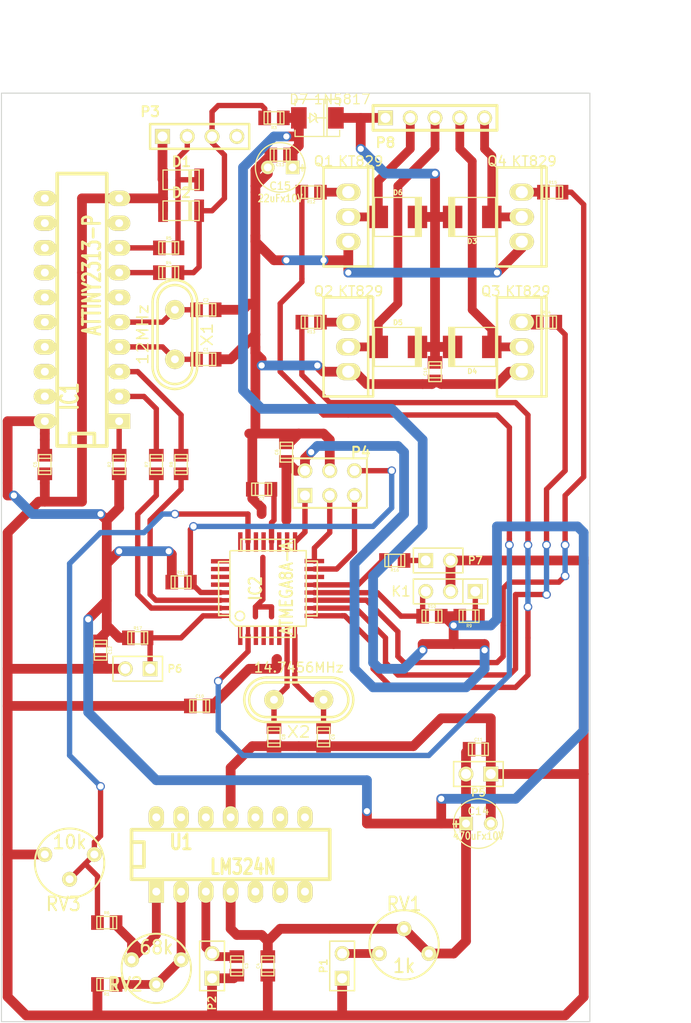
<source format=kicad_pcb>
(kicad_pcb (version 3) (host pcbnew "(2013-07-07 BZR 4022)-stable")

  (general
    (links 126)
    (no_connects 11)
    (area 53.289999 129.865 127.586429 238.4552)
    (thickness 1.6)
    (drawings 6)
    (tracks 473)
    (zones 0)
    (modules 61)
    (nets 44)
  )

  (page A3)
  (layers
    (15 F.Cu signal)
    (0 B.Cu signal)
    (16 B.Adhes user)
    (17 F.Adhes user)
    (18 B.Paste user)
    (19 F.Paste user)
    (20 B.SilkS user)
    (21 F.SilkS user)
    (22 B.Mask user)
    (23 F.Mask user)
    (24 Dwgs.User user)
    (25 Cmts.User user)
    (26 Eco1.User user)
    (27 Eco2.User user)
    (28 Edge.Cuts user)
  )

  (setup
    (last_trace_width 0.55)
    (trace_clearance 0.2)
    (zone_clearance 1)
    (zone_45_only no)
    (trace_min 0.254)
    (segment_width 0.2)
    (edge_width 0.1)
    (via_size 0.889)
    (via_drill 0.635)
    (via_min_size 0.889)
    (via_min_drill 0.508)
    (uvia_size 0.508)
    (uvia_drill 0.127)
    (uvias_allowed no)
    (uvia_min_size 0.508)
    (uvia_min_drill 0.127)
    (pcb_text_width 0.3)
    (pcb_text_size 1.5 1.5)
    (mod_edge_width 0.15)
    (mod_text_size 1 1)
    (mod_text_width 0.15)
    (pad_size 1.99898 0.44958)
    (pad_drill 0)
    (pad_to_mask_clearance 0)
    (aux_axis_origin 0 0)
    (visible_elements 7FFFF7FF)
    (pcbplotparams
      (layerselection 270565376)
      (usegerberextensions false)
      (excludeedgelayer false)
      (linewidth 0.150000)
      (plotframeref false)
      (viasonmask false)
      (mode 1)
      (useauxorigin false)
      (hpglpennumber 1)
      (hpglpenspeed 20)
      (hpglpendiameter 15)
      (hpglpenoverlay 2)
      (psnegative false)
      (psa4output false)
      (plotreference true)
      (plotvalue true)
      (plotothertext true)
      (plotinvisibletext false)
      (padsonsilk false)
      (subtractmaskfromsilk false)
      (outputformat 2)
      (mirror true)
      (drillshape 0)
      (scaleselection 1)
      (outputdirectory print/))
  )

  (net 0 "")
  (net 1 /RX)
  (net 2 /TX)
  (net 3 /USB_D+)
  (net 4 /USB_D-)
  (net 5 /btnStartStop)
  (net 6 /indProcLed)
  (net 7 /miso)
  (net 8 /mosi)
  (net 9 /optoIntIn)
  (net 10 /res)
  (net 11 /sck)
  (net 12 /sensorSignalIn)
  (net 13 /smWire1)
  (net 14 /smWire2)
  (net 15 /smWire3)
  (net 16 /smWire4)
  (net 17 GND)
  (net 18 N-000001)
  (net 19 N-0000010)
  (net 20 N-0000021)
  (net 21 N-0000024)
  (net 22 N-0000025)
  (net 23 N-0000026)
  (net 24 N-0000028)
  (net 25 N-0000029)
  (net 26 N-0000030)
  (net 27 N-0000031)
  (net 28 N-0000032)
  (net 29 N-0000033)
  (net 30 N-0000034)
  (net 31 N-000004)
  (net 32 N-0000044)
  (net 33 N-0000045)
  (net 34 N-0000046)
  (net 35 N-000005)
  (net 36 N-0000056)
  (net 37 N-000006)
  (net 38 N-0000062)
  (net 39 N-000007)
  (net 40 N-000008)
  (net 41 N-000009)
  (net 42 VAA)
  (net 43 VCC)

  (net_class Default "Это класс цепей по умолчанию."
    (clearance 0.2)
    (trace_width 0.55)
    (via_dia 0.889)
    (via_drill 0.635)
    (uvia_dia 0.508)
    (uvia_drill 0.127)
    (add_net "")
    (add_net /RX)
    (add_net /TX)
    (add_net /USB_D+)
    (add_net /USB_D-)
    (add_net N-0000021)
    (add_net N-0000024)
    (add_net N-0000025)
    (add_net N-0000030)
    (add_net N-0000044)
    (add_net N-0000045)
    (add_net N-0000046)
    (add_net N-0000056)
    (add_net N-0000062)
    (add_net N-000008)
  )

  (net_class "Power supply" ""
    (clearance 0.254)
    (trace_width 1)
    (via_dia 0.889)
    (via_drill 0.635)
    (uvia_dia 0.508)
    (uvia_drill 0.127)
    (add_net GND)
    (add_net VAA)
    (add_net VCC)
  )

  (net_class mcu ""
    (clearance 0.2)
    (trace_width 0.55)
    (via_dia 0.889)
    (via_drill 0.635)
    (uvia_dia 0.508)
    (uvia_drill 0.127)
    (add_net /btnStartStop)
    (add_net /indProcLed)
    (add_net /miso)
    (add_net /mosi)
    (add_net /optoIntIn)
    (add_net /res)
    (add_net /sck)
    (add_net /sensorSignalIn)
    (add_net /smWire1)
    (add_net /smWire2)
    (add_net /smWire3)
    (add_net /smWire4)
    (add_net N-0000010)
    (add_net N-000009)
  )

  (net_class signal ""
    (clearance 0.254)
    (trace_width 0.9)
    (via_dia 0.9)
    (via_drill 0.635)
    (uvia_dia 0.508)
    (uvia_drill 0.127)
    (add_net N-000001)
    (add_net N-0000026)
    (add_net N-0000028)
    (add_net N-0000029)
    (add_net N-0000031)
    (add_net N-0000032)
    (add_net N-0000033)
    (add_net N-0000034)
    (add_net N-000004)
    (add_net N-000005)
    (add_net N-000006)
    (add_net N-000007)
  )

  (module TQFP32 (layer F.Cu) (tedit 56372BCF) (tstamp 56370891)
    (at 80.645 189.865 90)
    (path /563495E7)
    (fp_text reference IC2 (at 0 -1.27 90) (layer F.SilkS)
      (effects (font (size 1.27 1.016) (thickness 0.2032)))
    )
    (fp_text value ATMEGA8A-A (at 0 1.905 90) (layer F.SilkS)
      (effects (font (size 1.27 1.016) (thickness 0.2032)))
    )
    (fp_line (start 5.0292 2.7686) (end 3.8862 2.7686) (layer F.SilkS) (width 0.1524))
    (fp_line (start 5.0292 -2.7686) (end 3.9116 -2.7686) (layer F.SilkS) (width 0.1524))
    (fp_line (start 5.0292 2.7686) (end 5.0292 -2.7686) (layer F.SilkS) (width 0.1524))
    (fp_line (start 2.794 3.9624) (end 2.794 5.0546) (layer F.SilkS) (width 0.1524))
    (fp_line (start -2.8194 3.9878) (end -2.8194 5.0546) (layer F.SilkS) (width 0.1524))
    (fp_line (start -2.8448 5.0546) (end 2.794 5.08) (layer F.SilkS) (width 0.1524))
    (fp_line (start -2.794 -5.0292) (end 2.7178 -5.0546) (layer F.SilkS) (width 0.1524))
    (fp_line (start -3.8862 -3.2766) (end -3.8862 3.9116) (layer F.SilkS) (width 0.1524))
    (fp_line (start 2.7432 -5.0292) (end 2.7432 -3.9878) (layer F.SilkS) (width 0.1524))
    (fp_line (start -3.2512 -3.8862) (end 3.81 -3.8862) (layer F.SilkS) (width 0.1524))
    (fp_line (start 3.8608 3.937) (end 3.8608 -3.7846) (layer F.SilkS) (width 0.1524))
    (fp_line (start -3.8862 3.937) (end 3.7338 3.937) (layer F.SilkS) (width 0.1524))
    (fp_line (start -5.0292 -2.8448) (end -5.0292 2.794) (layer F.SilkS) (width 0.1524))
    (fp_line (start -5.0292 2.794) (end -3.8862 2.794) (layer F.SilkS) (width 0.1524))
    (fp_line (start -3.87604 -3.302) (end -3.29184 -3.8862) (layer F.SilkS) (width 0.1524))
    (fp_line (start -5.02412 -2.8448) (end -3.87604 -2.8448) (layer F.SilkS) (width 0.1524))
    (fp_line (start -2.794 -3.8862) (end -2.794 -5.03428) (layer F.SilkS) (width 0.1524))
    (fp_circle (center -2.83972 -2.86004) (end -2.43332 -2.60604) (layer F.SilkS) (width 0.1524))
    (pad 8 smd rect (at -4.81584 2.77622 90) (size 1.99898 0.44958)
      (layers F.Cu F.Paste F.Mask)
      (net 19 N-0000010)
    )
    (pad 7 smd rect (at -4.81584 1.97612 90) (size 1.99898 0.44958)
      (layers F.Cu F.Paste F.Mask)
      (net 41 N-000009)
    )
    (pad 6 smd rect (at -4.81584 1.17602 90) (size 1.99898 0.44958)
      (layers F.Cu F.Paste F.Mask)
      (net 43 VCC)
    )
    (pad 5 smd rect (at -4.81584 0.37592 90) (size 1.99898 0.44958)
      (layers F.Cu F.Paste F.Mask)
      (net 17 GND)
    )
    (pad 4 smd rect (at -4.81584 -0.42418 90) (size 1.99898 0.44958)
      (layers F.Cu F.Paste F.Mask)
      (net 43 VCC)
    )
    (pad 3 smd rect (at -4.81584 -1.22428 90) (size 1.99898 0.44958)
      (layers F.Cu F.Paste F.Mask)
      (net 17 GND)
    )
    (pad 2 smd rect (at -4.81584 -2.02438 90) (size 1.99898 0.44958)
      (layers F.Cu F.Paste F.Mask)
      (net 13 /smWire1)
    )
    (pad 1 smd rect (at -4.81584 -2.82448 90) (size 1.99898 0.44958)
      (layers F.Cu F.Paste F.Mask)
    )
    (pad 24 smd rect (at 4.7498 -2.8194 90) (size 1.99898 0.44958)
      (layers F.Cu F.Paste F.Mask)
    )
    (pad 17 smd rect (at 4.7498 2.794 90) (size 1.99898 0.44958)
      (layers F.Cu F.Paste F.Mask)
      (net 11 /sck)
    )
    (pad 18 smd rect (at 4.7498 1.9812 90) (size 1.99898 0.44958)
      (layers F.Cu F.Paste F.Mask)
      (net 43 VCC)
    )
    (pad 19 smd rect (at 4.7498 1.1684 90) (size 1.99898 0.44958)
      (layers F.Cu F.Paste F.Mask)
    )
    (pad 20 smd rect (at 4.7498 0.381 90) (size 1.99898 0.44958)
      (layers F.Cu F.Paste F.Mask)
      (net 40 N-000008)
    )
    (pad 21 smd rect (at 4.7498 -0.4318 90) (size 1.99898 0.44958)
      (layers F.Cu F.Paste F.Mask)
      (net 17 GND)
    )
    (pad 22 smd rect (at 4.7498 -1.2192 90) (size 1.99898 0.44958)
      (layers F.Cu F.Paste F.Mask)
    )
    (pad 23 smd rect (at 4.7498 -2.032 90) (size 1.99898 0.44958)
      (layers F.Cu F.Paste F.Mask)
      (net 12 /sensorSignalIn)
    )
    (pad 32 smd rect (at -2.82448 -4.826 90) (size 0.44958 1.99898)
      (layers F.Cu F.Paste F.Mask)
      (net 5 /btnStartStop)
    )
    (pad 31 smd rect (at -2.02692 -4.826 90) (size 0.44958 1.99898)
      (layers F.Cu F.Paste F.Mask)
      (net 1 /RX)
    )
    (pad 30 smd rect (at -1.22428 -4.826 90) (size 0.44958 1.99898)
      (layers F.Cu F.Paste F.Mask)
      (net 2 /TX)
    )
    (pad 29 smd rect (at -0.42672 -4.826 90) (size 0.44958 1.99898)
      (layers F.Cu F.Paste F.Mask)
      (net 10 /res)
    )
    (pad 28 smd rect (at 0.37592 -4.826 90) (size 0.44958 1.99898)
      (layers F.Cu F.Paste F.Mask)
    )
    (pad 27 smd rect (at 1.17348 -4.826 90) (size 0.44958 1.99898)
      (layers F.Cu F.Paste F.Mask)
    )
    (pad 26 smd rect (at 1.97612 -4.826 90) (size 0.44958 1.99898)
      (layers F.Cu F.Paste F.Mask)
    )
    (pad 25 smd rect (at 2.77368 -4.826 90) (size 0.44958 1.99898)
      (layers F.Cu F.Paste F.Mask)
    )
    (pad 9 smd rect (at -2.8194 4.7752 90) (size 0.44958 1.99898)
      (layers F.Cu F.Paste F.Mask)
      (net 14 /smWire2)
    )
    (pad 10 smd rect (at -2.032 4.7752 90) (size 0.44958 1.99898)
      (layers F.Cu F.Paste F.Mask)
      (net 15 /smWire3)
    )
    (pad 11 smd rect (at -1.2192 4.7752 90) (size 0.44958 1.99898)
      (layers F.Cu F.Paste F.Mask)
      (net 16 /smWire4)
    )
    (pad 12 smd rect (at -0.4318 4.7752 90) (size 0.44958 1.99898)
      (layers F.Cu F.Paste F.Mask)
      (net 9 /optoIntIn)
    )
    (pad 13 smd rect (at 0.3556 4.7752 90) (size 0.44958 1.99898)
      (layers F.Cu F.Paste F.Mask)
      (net 6 /indProcLed)
    )
    (pad 14 smd rect (at 1.1684 4.7752 90) (size 0.44958 1.99898)
      (layers F.Cu F.Paste F.Mask)
    )
    (pad 15 smd rect (at 1.9812 4.7752 90) (size 0.44958 1.99898)
      (layers F.Cu F.Paste F.Mask)
      (net 8 /mosi)
    )
    (pad 16 smd rect (at 2.794 4.7752 90) (size 0.44958 1.99898)
      (layers F.Cu F.Paste F.Mask)
      (net 7 /miso)
    )
    (model smd/tqfp32.wrl
      (at (xyz 0 0 0))
      (scale (xyz 1 1 1))
      (rotate (xyz 0 0 0))
    )
  )

  (module to220_std (layer F.Cu) (tedit 5637250D) (tstamp 56348E5D)
    (at 106.68 165.1 270)
    (descr "TO220, standard design witount bended pins")
    (path /56346352)
    (fp_text reference Q3 (at -5.715 3.175 360) (layer F.SilkS)
      (effects (font (size 1 1) (thickness 0.15)))
    )
    (fp_text value KT829 (at -5.715 -0.635 360) (layer F.SilkS)
      (effects (font (size 1 1) (thickness 0.15)))
    )
    (fp_line (start -5.08 -2.032) (end 5.08 -2.032) (layer F.SilkS) (width 0.254))
    (fp_line (start -5.08 -1.27) (end -5.08 2.54) (layer F.SilkS) (width 0.254))
    (fp_line (start -5.08 2.54) (end 5.08 2.54) (layer F.SilkS) (width 0.254))
    (fp_line (start 5.08 2.54) (end 5.08 -2.54) (layer F.SilkS) (width 0.254))
    (fp_line (start 5.08 -2.54) (end -5.08 -2.54) (layer F.SilkS) (width 0.254))
    (fp_line (start -5.08 -2.54) (end -5.08 -1.27) (layer F.SilkS) (width 0.254))
    (pad 1 thru_hole oval (at 2.54 0 270) (size 1.74498 2.49936) (drill 1.24968)
      (layers *.Cu *.Mask F.SilkS)
      (net 17 GND)
    )
    (pad 2 thru_hole oval (at 0 0 270) (size 1.74498 2.49936) (drill 1.24968)
      (layers *.Cu *.Mask F.SilkS)
      (net 37 N-000006)
    )
    (pad 3 thru_hole oval (at -2.54 0 270) (size 1.74498 2.49936) (drill 1.24968)
      (layers *.Cu *.Mask F.SilkS)
      (net 23 N-0000026)
    )
    (model walter/to/to220_std.wrl
      (at (xyz 0 0 0))
      (scale (xyz 1 1 1))
      (rotate (xyz 0 0 0))
    )
  )

  (module to220_std (layer F.Cu) (tedit 563724FE) (tstamp 56372280)
    (at 88.9 165.1 270)
    (descr "TO220, standard design witount bended pins")
    (path /56346345)
    (fp_text reference Q2 (at -5.715 2.54 360) (layer F.SilkS)
      (effects (font (size 1 1) (thickness 0.15)))
    )
    (fp_text value KT829 (at -5.715 -1.27 360) (layer F.SilkS)
      (effects (font (size 1 1) (thickness 0.15)))
    )
    (fp_line (start -5.08 -2.032) (end 5.08 -2.032) (layer F.SilkS) (width 0.254))
    (fp_line (start -5.08 -1.27) (end -5.08 2.54) (layer F.SilkS) (width 0.254))
    (fp_line (start -5.08 2.54) (end 5.08 2.54) (layer F.SilkS) (width 0.254))
    (fp_line (start 5.08 2.54) (end 5.08 -2.54) (layer F.SilkS) (width 0.254))
    (fp_line (start 5.08 -2.54) (end -5.08 -2.54) (layer F.SilkS) (width 0.254))
    (fp_line (start -5.08 -2.54) (end -5.08 -1.27) (layer F.SilkS) (width 0.254))
    (pad 1 thru_hole oval (at 2.54 0 270) (size 1.74498 2.49936) (drill 1.24968)
      (layers *.Cu *.Mask F.SilkS)
      (net 17 GND)
    )
    (pad 2 thru_hole oval (at 0 0 270) (size 1.74498 2.49936) (drill 1.24968)
      (layers *.Cu *.Mask F.SilkS)
      (net 31 N-000004)
    )
    (pad 3 thru_hole oval (at -2.54 0 270) (size 1.74498 2.49936) (drill 1.24968)
      (layers *.Cu *.Mask F.SilkS)
      (net 25 N-0000029)
    )
    (model walter/to/to220_std.wrl
      (at (xyz 0 0 0))
      (scale (xyz 1 1 1))
      (rotate (xyz 0 0 0))
    )
  )

  (module to220_std (layer F.Cu) (tedit 563723B4) (tstamp 56348E77)
    (at 106.68 151.765 270)
    (descr "TO220, standard design witount bended pins")
    (path /5634635F)
    (fp_text reference Q4 (at -5.715 2.54 360) (layer F.SilkS)
      (effects (font (size 1 1) (thickness 0.15)))
    )
    (fp_text value KT829 (at -5.715 -1.27 360) (layer F.SilkS)
      (effects (font (size 1 1) (thickness 0.15)))
    )
    (fp_line (start -5.08 -2.032) (end 5.08 -2.032) (layer F.SilkS) (width 0.254))
    (fp_line (start -5.08 -1.27) (end -5.08 2.54) (layer F.SilkS) (width 0.254))
    (fp_line (start -5.08 2.54) (end 5.08 2.54) (layer F.SilkS) (width 0.254))
    (fp_line (start 5.08 2.54) (end 5.08 -2.54) (layer F.SilkS) (width 0.254))
    (fp_line (start 5.08 -2.54) (end -5.08 -2.54) (layer F.SilkS) (width 0.254))
    (fp_line (start -5.08 -2.54) (end -5.08 -1.27) (layer F.SilkS) (width 0.254))
    (pad 1 thru_hole oval (at 2.54 0 270) (size 1.74498 2.49936) (drill 1.24968)
      (layers *.Cu *.Mask F.SilkS)
      (net 17 GND)
    )
    (pad 2 thru_hole oval (at 0 0 270) (size 1.74498 2.49936) (drill 1.24968)
      (layers *.Cu *.Mask F.SilkS)
      (net 35 N-000005)
    )
    (pad 3 thru_hole oval (at -2.54 0 270) (size 1.74498 2.49936) (drill 1.24968)
      (layers *.Cu *.Mask F.SilkS)
      (net 24 N-0000028)
    )
    (model walter/to/to220_std.wrl
      (at (xyz 0 0 0))
      (scale (xyz 1 1 1))
      (rotate (xyz 0 0 0))
    )
  )

  (module to220_std (layer F.Cu) (tedit 563724FA) (tstamp 56348E84)
    (at 88.9 151.765 270)
    (descr "TO220, standard design witount bended pins")
    (path /563462DF)
    (fp_text reference Q1 (at -5.715 2.54 360) (layer F.SilkS)
      (effects (font (size 1 1) (thickness 0.15)))
    )
    (fp_text value KT829 (at -5.715 -1.27 360) (layer F.SilkS)
      (effects (font (size 1 1) (thickness 0.15)))
    )
    (fp_line (start -5.08 -2.032) (end 5.08 -2.032) (layer F.SilkS) (width 0.254))
    (fp_line (start -5.08 -1.27) (end -5.08 2.54) (layer F.SilkS) (width 0.254))
    (fp_line (start -5.08 2.54) (end 5.08 2.54) (layer F.SilkS) (width 0.254))
    (fp_line (start 5.08 2.54) (end 5.08 -2.54) (layer F.SilkS) (width 0.254))
    (fp_line (start 5.08 -2.54) (end -5.08 -2.54) (layer F.SilkS) (width 0.254))
    (fp_line (start -5.08 -2.54) (end -5.08 -1.27) (layer F.SilkS) (width 0.254))
    (pad 1 thru_hole oval (at 2.54 0 270) (size 1.74498 2.49936) (drill 1.24968)
      (layers *.Cu *.Mask F.SilkS)
      (net 17 GND)
    )
    (pad 2 thru_hole oval (at 0 0 270) (size 1.74498 2.49936) (drill 1.24968)
      (layers *.Cu *.Mask F.SilkS)
      (net 39 N-000007)
    )
    (pad 3 thru_hole oval (at -2.54 0 270) (size 1.74498 2.49936) (drill 1.24968)
      (layers *.Cu *.Mask F.SilkS)
      (net 28 N-0000032)
    )
    (model walter/to/to220_std.wrl
      (at (xyz 0 0 0))
      (scale (xyz 1 1 1))
      (rotate (xyz 0 0 0))
    )
  )

  (module sod87 (layer F.Cu) (tedit 4904754D) (tstamp 56348E91)
    (at 71.755 147.955)
    (descr SOD87)
    (path /56347E59)
    (fp_text reference D1 (at 0.0254 -1.8542) (layer F.SilkS)
      (effects (font (size 1.00076 1.00076) (thickness 0.20066)))
    )
    (fp_text value 3V6 (at 0 1.8034) (layer F.SilkS) hide
      (effects (font (size 1.00076 1.00076) (thickness 0.20066)))
    )
    (fp_line (start 1.0541 1.0033) (end 1.0541 -1.0033) (layer F.SilkS) (width 0.127))
    (fp_line (start 0.9271 -1.0033) (end 0.9271 1.0033) (layer F.SilkS) (width 0.127))
    (fp_line (start 0.8001 -1.0033) (end 0.8001 1.0033) (layer F.SilkS) (width 0.127))
    (fp_line (start -1.8542 1.0033) (end -1.8542 -1.0033) (layer F.SilkS) (width 0.127))
    (fp_line (start -1.8542 -1.0033) (end 1.8542 -1.0033) (layer F.SilkS) (width 0.127))
    (fp_line (start 1.8542 -1.0033) (end 1.8542 1.0033) (layer F.SilkS) (width 0.127))
    (fp_line (start 1.8542 1.0033) (end -1.8542 1.0033) (layer F.SilkS) (width 0.127))
    (pad 1 smd rect (at -1.84912 0) (size 1.00076 2.30124)
      (layers F.Cu F.Paste F.Mask)
      (net 17 GND)
    )
    (pad 2 smd rect (at 1.84912 0) (size 1.00076 2.30124)
      (layers F.Cu F.Paste F.Mask)
      (net 22 N-0000025)
    )
    (model walter/smd_diode/sod87.wrl
      (at (xyz 0 0 0))
      (scale (xyz 1 1 1))
      (rotate (xyz 0 0 0))
    )
  )

  (module sod87 (layer F.Cu) (tedit 4904754D) (tstamp 56348E9E)
    (at 71.755 151.13)
    (descr SOD87)
    (path /56347E83)
    (fp_text reference D2 (at 0.0254 -1.8542) (layer F.SilkS)
      (effects (font (size 1.00076 1.00076) (thickness 0.20066)))
    )
    (fp_text value 3V6 (at 0 1.8034) (layer F.SilkS) hide
      (effects (font (size 1.00076 1.00076) (thickness 0.20066)))
    )
    (fp_line (start 1.0541 1.0033) (end 1.0541 -1.0033) (layer F.SilkS) (width 0.127))
    (fp_line (start 0.9271 -1.0033) (end 0.9271 1.0033) (layer F.SilkS) (width 0.127))
    (fp_line (start 0.8001 -1.0033) (end 0.8001 1.0033) (layer F.SilkS) (width 0.127))
    (fp_line (start -1.8542 1.0033) (end -1.8542 -1.0033) (layer F.SilkS) (width 0.127))
    (fp_line (start -1.8542 -1.0033) (end 1.8542 -1.0033) (layer F.SilkS) (width 0.127))
    (fp_line (start 1.8542 -1.0033) (end 1.8542 1.0033) (layer F.SilkS) (width 0.127))
    (fp_line (start 1.8542 1.0033) (end -1.8542 1.0033) (layer F.SilkS) (width 0.127))
    (pad 1 smd rect (at -1.84912 0) (size 1.00076 2.30124)
      (layers F.Cu F.Paste F.Mask)
      (net 17 GND)
    )
    (pad 2 smd rect (at 1.84912 0) (size 1.00076 2.30124)
      (layers F.Cu F.Paste F.Mask)
      (net 21 N-0000024)
    )
    (model walter/smd_diode/sod87.wrl
      (at (xyz 0 0 0))
      (scale (xyz 1 1 1))
      (rotate (xyz 0 0 0))
    )
  )

  (module RV2 (layer F.Cu) (tedit 56370238) (tstamp 56348EA6)
    (at 69.215 229.235 180)
    (descr "Resistance variable / potentiometre")
    (tags R)
    (path /563455BB)
    (autoplace_cost90 10)
    (autoplace_cost180 10)
    (fp_text reference RV2 (at 3.175 -1.27 180) (layer F.SilkS)
      (effects (font (size 1.397 1.27) (thickness 0.2032)))
    )
    (fp_text value 68k (at 0 2.54 180) (layer F.SilkS)
      (effects (font (size 1.397 1.27) (thickness 0.2032)))
    )
    (fp_circle (center 0 0.381) (end 0 -3.175) (layer F.SilkS) (width 0.2032))
    (pad 1 thru_hole circle (at -2.54 1.27 180) (size 1.524 1.524) (drill 0.8128)
      (layers *.Cu *.Mask F.SilkS)
      (net 18 N-000001)
    )
    (pad 2 thru_hole circle (at 0 -1.27 180) (size 1.524 1.524) (drill 0.8128)
      (layers *.Cu *.Mask F.SilkS)
      (net 18 N-000001)
    )
    (pad 3 thru_hole circle (at 2.54 1.27 180) (size 1.524 1.524) (drill 0.8128)
      (layers *.Cu *.Mask F.SilkS)
      (net 27 N-0000031)
    )
    (model discret/adjustable_rx2.wrl
      (at (xyz 0 0 0))
      (scale (xyz 1 1 1))
      (rotate (xyz 0 0 0))
    )
  )

  (module RV2 (layer F.Cu) (tedit 56370396) (tstamp 56348EAE)
    (at 94.615 226.06)
    (descr "Resistance variable / potentiometre")
    (tags R)
    (path /56345D60)
    (autoplace_cost90 10)
    (autoplace_cost180 10)
    (fp_text reference RV1 (at 0 -3.81) (layer F.SilkS)
      (effects (font (size 1.397 1.27) (thickness 0.2032)))
    )
    (fp_text value 1k (at 0 2.54) (layer F.SilkS)
      (effects (font (size 1.397 1.27) (thickness 0.2032)))
    )
    (fp_circle (center 0 0.381) (end 0 -3.175) (layer F.SilkS) (width 0.2032))
    (pad 1 thru_hole circle (at -2.54 1.27) (size 1.524 1.524) (drill 0.8128)
      (layers *.Cu *.Mask F.SilkS)
      (net 29 N-0000033)
    )
    (pad 2 thru_hole circle (at 0 -1.27) (size 1.524 1.524) (drill 0.8128)
      (layers *.Cu *.Mask F.SilkS)
      (net 43 VCC)
    )
    (pad 3 thru_hole circle (at 2.54 1.27) (size 1.524 1.524) (drill 0.8128)
      (layers *.Cu *.Mask F.SilkS)
      (net 43 VCC)
    )
    (model discret/adjustable_rx2.wrl
      (at (xyz 0 0 0))
      (scale (xyz 1 1 1))
      (rotate (xyz 0 0 0))
    )
  )

  (module RV2 (layer F.Cu) (tedit 5637039C) (tstamp 56348EB6)
    (at 60.325 218.44 180)
    (descr "Resistance variable / potentiometre")
    (tags R)
    (path /56345BE5)
    (autoplace_cost90 10)
    (autoplace_cost180 10)
    (fp_text reference RV3 (at 0.635 -3.81 180) (layer F.SilkS)
      (effects (font (size 1.397 1.27) (thickness 0.2032)))
    )
    (fp_text value 10k (at 0 2.54 180) (layer F.SilkS)
      (effects (font (size 1.397 1.27) (thickness 0.2032)))
    )
    (fp_circle (center 0 0.381) (end 0 -3.175) (layer F.SilkS) (width 0.2032))
    (pad 1 thru_hole circle (at -2.54 1.27 180) (size 1.524 1.524) (drill 0.8128)
      (layers *.Cu *.Mask F.SilkS)
      (net 12 /sensorSignalIn)
    )
    (pad 2 thru_hole circle (at 0 -1.27 180) (size 1.524 1.524) (drill 0.8128)
      (layers *.Cu *.Mask F.SilkS)
      (net 12 /sensorSignalIn)
    )
    (pad 3 thru_hole circle (at 2.54 1.27 180) (size 1.524 1.524) (drill 0.8128)
      (layers *.Cu *.Mask F.SilkS)
      (net 17 GND)
    )
    (model discret/adjustable_rx2.wrl
      (at (xyz 0 0 0))
      (scale (xyz 1 1 1))
      (rotate (xyz 0 0 0))
    )
  )

  (module r_0805 (layer F.Cu) (tedit 49047384) (tstamp 5637044D)
    (at 109.855 149.225)
    (descr "SMT resistor, 0805")
    (path /56346365)
    (fp_text reference R15 (at 0 -0.9906) (layer F.SilkS)
      (effects (font (size 0.29972 0.29972) (thickness 0.06096)))
    )
    (fp_text value 510 (at 0 0.9906) (layer F.SilkS) hide
      (effects (font (size 0.29972 0.29972) (thickness 0.06096)))
    )
    (fp_line (start 0.635 -0.635) (end 0.635 0.635) (layer F.SilkS) (width 0.127))
    (fp_line (start -0.635 -0.635) (end -0.635 0.6096) (layer F.SilkS) (width 0.127))
    (fp_line (start -1.016 -0.635) (end 1.016 -0.635) (layer F.SilkS) (width 0.127))
    (fp_line (start 1.016 -0.635) (end 1.016 0.635) (layer F.SilkS) (width 0.127))
    (fp_line (start 1.016 0.635) (end -1.016 0.635) (layer F.SilkS) (width 0.127))
    (fp_line (start -1.016 0.635) (end -1.016 -0.635) (layer F.SilkS) (width 0.127))
    (pad 1 smd rect (at 0.9525 0) (size 1.30048 1.4986)
      (layers F.Cu F.Paste F.Mask)
      (net 16 /smWire4)
    )
    (pad 2 smd rect (at -0.9525 0) (size 1.30048 1.4986)
      (layers F.Cu F.Paste F.Mask)
      (net 24 N-0000028)
    )
    (model walter/smd_resistors/r_0805.wrl
      (at (xyz 0 0 0))
      (scale (xyz 1 1 1))
      (rotate (xyz 0 0 0))
    )
  )

  (module r_0805 (layer F.Cu) (tedit 49047384) (tstamp 5637045A)
    (at 109.22 162.56)
    (descr "SMT resistor, 0805")
    (path /56346358)
    (fp_text reference R14 (at 0 -0.9906) (layer F.SilkS)
      (effects (font (size 0.29972 0.29972) (thickness 0.06096)))
    )
    (fp_text value 510 (at 0 0.9906) (layer F.SilkS) hide
      (effects (font (size 0.29972 0.29972) (thickness 0.06096)))
    )
    (fp_line (start 0.635 -0.635) (end 0.635 0.635) (layer F.SilkS) (width 0.127))
    (fp_line (start -0.635 -0.635) (end -0.635 0.6096) (layer F.SilkS) (width 0.127))
    (fp_line (start -1.016 -0.635) (end 1.016 -0.635) (layer F.SilkS) (width 0.127))
    (fp_line (start 1.016 -0.635) (end 1.016 0.635) (layer F.SilkS) (width 0.127))
    (fp_line (start 1.016 0.635) (end -1.016 0.635) (layer F.SilkS) (width 0.127))
    (fp_line (start -1.016 0.635) (end -1.016 -0.635) (layer F.SilkS) (width 0.127))
    (pad 1 smd rect (at 0.9525 0) (size 1.30048 1.4986)
      (layers F.Cu F.Paste F.Mask)
      (net 15 /smWire3)
    )
    (pad 2 smd rect (at -0.9525 0) (size 1.30048 1.4986)
      (layers F.Cu F.Paste F.Mask)
      (net 23 N-0000026)
    )
    (model walter/smd_resistors/r_0805.wrl
      (at (xyz 0 0 0))
      (scale (xyz 1 1 1))
      (rotate (xyz 0 0 0))
    )
  )

  (module r_0805 (layer F.Cu) (tedit 49047384) (tstamp 5637576A)
    (at 67.31 194.945)
    (descr "SMT resistor, 0805")
    (path /56346C50)
    (fp_text reference R17 (at 0 -0.9906) (layer F.SilkS)
      (effects (font (size 0.29972 0.29972) (thickness 0.06096)))
    )
    (fp_text value 10k (at 0 0.9906) (layer F.SilkS) hide
      (effects (font (size 0.29972 0.29972) (thickness 0.06096)))
    )
    (fp_line (start 0.635 -0.635) (end 0.635 0.635) (layer F.SilkS) (width 0.127))
    (fp_line (start -0.635 -0.635) (end -0.635 0.6096) (layer F.SilkS) (width 0.127))
    (fp_line (start -1.016 -0.635) (end 1.016 -0.635) (layer F.SilkS) (width 0.127))
    (fp_line (start 1.016 -0.635) (end 1.016 0.635) (layer F.SilkS) (width 0.127))
    (fp_line (start 1.016 0.635) (end -1.016 0.635) (layer F.SilkS) (width 0.127))
    (fp_line (start -1.016 0.635) (end -1.016 -0.635) (layer F.SilkS) (width 0.127))
    (pad 1 smd rect (at 0.9525 0) (size 1.30048 1.4986)
      (layers F.Cu F.Paste F.Mask)
      (net 5 /btnStartStop)
    )
    (pad 2 smd rect (at -0.9525 0) (size 1.30048 1.4986)
      (layers F.Cu F.Paste F.Mask)
      (net 43 VCC)
    )
    (model walter/smd_resistors/r_0805.wrl
      (at (xyz 0 0 0))
      (scale (xyz 1 1 1))
      (rotate (xyz 0 0 0))
    )
  )

  (module r_0805 (layer F.Cu) (tedit 49047384) (tstamp 5637228D)
    (at 81.28 141.605 180)
    (descr "SMT resistor, 0805")
    (path /56347D26)
    (fp_text reference R3 (at 0 -0.9906 180) (layer F.SilkS)
      (effects (font (size 0.29972 0.29972) (thickness 0.06096)))
    )
    (fp_text value 1.5k (at 0 0.9906 180) (layer F.SilkS) hide
      (effects (font (size 0.29972 0.29972) (thickness 0.06096)))
    )
    (fp_line (start 0.635 -0.635) (end 0.635 0.635) (layer F.SilkS) (width 0.127))
    (fp_line (start -0.635 -0.635) (end -0.635 0.6096) (layer F.SilkS) (width 0.127))
    (fp_line (start -1.016 -0.635) (end 1.016 -0.635) (layer F.SilkS) (width 0.127))
    (fp_line (start 1.016 -0.635) (end 1.016 0.635) (layer F.SilkS) (width 0.127))
    (fp_line (start 1.016 0.635) (end -1.016 0.635) (layer F.SilkS) (width 0.127))
    (fp_line (start -1.016 0.635) (end -1.016 -0.635) (layer F.SilkS) (width 0.127))
    (pad 1 smd rect (at 0.9525 0 180) (size 1.30048 1.4986)
      (layers F.Cu F.Paste F.Mask)
      (net 21 N-0000024)
    )
    (pad 2 smd rect (at -0.9525 0 180) (size 1.30048 1.4986)
      (layers F.Cu F.Paste F.Mask)
      (net 43 VCC)
    )
    (model walter/smd_resistors/r_0805.wrl
      (at (xyz 0 0 0))
      (scale (xyz 1 1 1))
      (rotate (xyz 0 0 0))
    )
  )

  (module r_0805 (layer F.Cu) (tedit 49047384) (tstamp 56348EF2)
    (at 70.485 154.94)
    (descr "SMT resistor, 0805")
    (path /56347D20)
    (fp_text reference R5 (at 0 -0.9906) (layer F.SilkS)
      (effects (font (size 0.29972 0.29972) (thickness 0.06096)))
    )
    (fp_text value 68 (at 0 0.9906) (layer F.SilkS) hide
      (effects (font (size 0.29972 0.29972) (thickness 0.06096)))
    )
    (fp_line (start 0.635 -0.635) (end 0.635 0.635) (layer F.SilkS) (width 0.127))
    (fp_line (start -0.635 -0.635) (end -0.635 0.6096) (layer F.SilkS) (width 0.127))
    (fp_line (start -1.016 -0.635) (end 1.016 -0.635) (layer F.SilkS) (width 0.127))
    (fp_line (start 1.016 -0.635) (end 1.016 0.635) (layer F.SilkS) (width 0.127))
    (fp_line (start 1.016 0.635) (end -1.016 0.635) (layer F.SilkS) (width 0.127))
    (fp_line (start -1.016 0.635) (end -1.016 -0.635) (layer F.SilkS) (width 0.127))
    (pad 1 smd rect (at 0.9525 0) (size 1.30048 1.4986)
      (layers F.Cu F.Paste F.Mask)
      (net 22 N-0000025)
    )
    (pad 2 smd rect (at -0.9525 0) (size 1.30048 1.4986)
      (layers F.Cu F.Paste F.Mask)
      (net 3 /USB_D+)
    )
    (model walter/smd_resistors/r_0805.wrl
      (at (xyz 0 0 0))
      (scale (xyz 1 1 1))
      (rotate (xyz 0 0 0))
    )
  )

  (module r_0805 (layer F.Cu) (tedit 49047384) (tstamp 56348EFE)
    (at 70.485 157.48)
    (descr "SMT resistor, 0805")
    (path /56347D1A)
    (fp_text reference R4 (at 0 -0.9906) (layer F.SilkS)
      (effects (font (size 0.29972 0.29972) (thickness 0.06096)))
    )
    (fp_text value 68 (at 0 0.9906) (layer F.SilkS) hide
      (effects (font (size 0.29972 0.29972) (thickness 0.06096)))
    )
    (fp_line (start 0.635 -0.635) (end 0.635 0.635) (layer F.SilkS) (width 0.127))
    (fp_line (start -0.635 -0.635) (end -0.635 0.6096) (layer F.SilkS) (width 0.127))
    (fp_line (start -1.016 -0.635) (end 1.016 -0.635) (layer F.SilkS) (width 0.127))
    (fp_line (start 1.016 -0.635) (end 1.016 0.635) (layer F.SilkS) (width 0.127))
    (fp_line (start 1.016 0.635) (end -1.016 0.635) (layer F.SilkS) (width 0.127))
    (fp_line (start -1.016 0.635) (end -1.016 -0.635) (layer F.SilkS) (width 0.127))
    (pad 1 smd rect (at 0.9525 0) (size 1.30048 1.4986)
      (layers F.Cu F.Paste F.Mask)
      (net 21 N-0000024)
    )
    (pad 2 smd rect (at -0.9525 0) (size 1.30048 1.4986)
      (layers F.Cu F.Paste F.Mask)
      (net 4 /USB_D-)
    )
    (model walter/smd_resistors/r_0805.wrl
      (at (xyz 0 0 0))
      (scale (xyz 1 1 1))
      (rotate (xyz 0 0 0))
    )
  )

  (module r_0805 (layer F.Cu) (tedit 49047384) (tstamp 56348F0A)
    (at 97.4725 192.7225)
    (descr "SMT resistor, 0805")
    (path /5634793B)
    (fp_text reference R10 (at 0 -0.9906) (layer F.SilkS)
      (effects (font (size 0.29972 0.29972) (thickness 0.06096)))
    )
    (fp_text value 10k (at 0 0.9906) (layer F.SilkS) hide
      (effects (font (size 0.29972 0.29972) (thickness 0.06096)))
    )
    (fp_line (start 0.635 -0.635) (end 0.635 0.635) (layer F.SilkS) (width 0.127))
    (fp_line (start -0.635 -0.635) (end -0.635 0.6096) (layer F.SilkS) (width 0.127))
    (fp_line (start -1.016 -0.635) (end 1.016 -0.635) (layer F.SilkS) (width 0.127))
    (fp_line (start 1.016 -0.635) (end 1.016 0.635) (layer F.SilkS) (width 0.127))
    (fp_line (start 1.016 0.635) (end -1.016 0.635) (layer F.SilkS) (width 0.127))
    (fp_line (start -1.016 0.635) (end -1.016 -0.635) (layer F.SilkS) (width 0.127))
    (pad 1 smd rect (at 0.9525 0) (size 1.30048 1.4986)
      (layers F.Cu F.Paste F.Mask)
      (net 43 VCC)
    )
    (pad 2 smd rect (at -0.9525 0) (size 1.30048 1.4986)
      (layers F.Cu F.Paste F.Mask)
      (net 9 /optoIntIn)
    )
    (model walter/smd_resistors/r_0805.wrl
      (at (xyz 0 0 0))
      (scale (xyz 1 1 1))
      (rotate (xyz 0 0 0))
    )
  )

  (module r_0805 (layer F.Cu) (tedit 49047384) (tstamp 56348F16)
    (at 101.2825 192.7225 180)
    (descr "SMT resistor, 0805")
    (path /56347935)
    (fp_text reference R9 (at 0 -0.9906 180) (layer F.SilkS)
      (effects (font (size 0.29972 0.29972) (thickness 0.06096)))
    )
    (fp_text value 510 (at 0 0.9906 180) (layer F.SilkS) hide
      (effects (font (size 0.29972 0.29972) (thickness 0.06096)))
    )
    (fp_line (start 0.635 -0.635) (end 0.635 0.635) (layer F.SilkS) (width 0.127))
    (fp_line (start -0.635 -0.635) (end -0.635 0.6096) (layer F.SilkS) (width 0.127))
    (fp_line (start -1.016 -0.635) (end 1.016 -0.635) (layer F.SilkS) (width 0.127))
    (fp_line (start 1.016 -0.635) (end 1.016 0.635) (layer F.SilkS) (width 0.127))
    (fp_line (start 1.016 0.635) (end -1.016 0.635) (layer F.SilkS) (width 0.127))
    (fp_line (start -1.016 0.635) (end -1.016 -0.635) (layer F.SilkS) (width 0.127))
    (pad 1 smd rect (at 0.9525 0 180) (size 1.30048 1.4986)
      (layers F.Cu F.Paste F.Mask)
      (net 43 VCC)
    )
    (pad 2 smd rect (at -0.9525 0 180) (size 1.30048 1.4986)
      (layers F.Cu F.Paste F.Mask)
      (net 38 N-0000062)
    )
    (model walter/smd_resistors/r_0805.wrl
      (at (xyz 0 0 0))
      (scale (xyz 1 1 1))
      (rotate (xyz 0 0 0))
    )
  )

  (module r_0805 (layer F.Cu) (tedit 49047384) (tstamp 56348F22)
    (at 93.6625 187.0075 180)
    (descr "SMT resistor, 0805")
    (path /56346C5C)
    (fp_text reference R16 (at 0 -0.9906 180) (layer F.SilkS)
      (effects (font (size 0.29972 0.29972) (thickness 0.06096)))
    )
    (fp_text value 510 (at 0 0.9906 180) (layer F.SilkS) hide
      (effects (font (size 0.29972 0.29972) (thickness 0.06096)))
    )
    (fp_line (start 0.635 -0.635) (end 0.635 0.635) (layer F.SilkS) (width 0.127))
    (fp_line (start -0.635 -0.635) (end -0.635 0.6096) (layer F.SilkS) (width 0.127))
    (fp_line (start -1.016 -0.635) (end 1.016 -0.635) (layer F.SilkS) (width 0.127))
    (fp_line (start 1.016 -0.635) (end 1.016 0.635) (layer F.SilkS) (width 0.127))
    (fp_line (start 1.016 0.635) (end -1.016 0.635) (layer F.SilkS) (width 0.127))
    (fp_line (start -1.016 0.635) (end -1.016 -0.635) (layer F.SilkS) (width 0.127))
    (pad 1 smd rect (at 0.9525 0 180) (size 1.30048 1.4986)
      (layers F.Cu F.Paste F.Mask)
      (net 6 /indProcLed)
    )
    (pad 2 smd rect (at -0.9525 0 180) (size 1.30048 1.4986)
      (layers F.Cu F.Paste F.Mask)
      (net 26 N-0000030)
    )
    (model walter/smd_resistors/r_0805.wrl
      (at (xyz 0 0 0))
      (scale (xyz 1 1 1))
      (rotate (xyz 0 0 0))
    )
  )

  (module r_0805 (layer F.Cu) (tedit 49047384) (tstamp 5637048E)
    (at 85.09 162.56 180)
    (descr "SMT resistor, 0805")
    (path /5634634B)
    (fp_text reference R13 (at 0 -0.9906 180) (layer F.SilkS)
      (effects (font (size 0.29972 0.29972) (thickness 0.06096)))
    )
    (fp_text value 510 (at 0 0.9906 180) (layer F.SilkS) hide
      (effects (font (size 0.29972 0.29972) (thickness 0.06096)))
    )
    (fp_line (start 0.635 -0.635) (end 0.635 0.635) (layer F.SilkS) (width 0.127))
    (fp_line (start -0.635 -0.635) (end -0.635 0.6096) (layer F.SilkS) (width 0.127))
    (fp_line (start -1.016 -0.635) (end 1.016 -0.635) (layer F.SilkS) (width 0.127))
    (fp_line (start 1.016 -0.635) (end 1.016 0.635) (layer F.SilkS) (width 0.127))
    (fp_line (start 1.016 0.635) (end -1.016 0.635) (layer F.SilkS) (width 0.127))
    (fp_line (start -1.016 0.635) (end -1.016 -0.635) (layer F.SilkS) (width 0.127))
    (pad 1 smd rect (at 0.9525 0 180) (size 1.30048 1.4986)
      (layers F.Cu F.Paste F.Mask)
      (net 14 /smWire2)
    )
    (pad 2 smd rect (at -0.9525 0 180) (size 1.30048 1.4986)
      (layers F.Cu F.Paste F.Mask)
      (net 25 N-0000029)
    )
    (model walter/smd_resistors/r_0805.wrl
      (at (xyz 0 0 0))
      (scale (xyz 1 1 1))
      (rotate (xyz 0 0 0))
    )
  )

  (module r_0805 (layer F.Cu) (tedit 49047384) (tstamp 56370481)
    (at 85.09 149.225 180)
    (descr "SMT resistor, 0805")
    (path /5634630F)
    (fp_text reference R12 (at 0 -0.9906 180) (layer F.SilkS)
      (effects (font (size 0.29972 0.29972) (thickness 0.06096)))
    )
    (fp_text value 510 (at 0 0.9906 180) (layer F.SilkS) hide
      (effects (font (size 0.29972 0.29972) (thickness 0.06096)))
    )
    (fp_line (start 0.635 -0.635) (end 0.635 0.635) (layer F.SilkS) (width 0.127))
    (fp_line (start -0.635 -0.635) (end -0.635 0.6096) (layer F.SilkS) (width 0.127))
    (fp_line (start -1.016 -0.635) (end 1.016 -0.635) (layer F.SilkS) (width 0.127))
    (fp_line (start 1.016 -0.635) (end 1.016 0.635) (layer F.SilkS) (width 0.127))
    (fp_line (start 1.016 0.635) (end -1.016 0.635) (layer F.SilkS) (width 0.127))
    (fp_line (start -1.016 0.635) (end -1.016 -0.635) (layer F.SilkS) (width 0.127))
    (pad 1 smd rect (at 0.9525 0 180) (size 1.30048 1.4986)
      (layers F.Cu F.Paste F.Mask)
      (net 13 /smWire1)
    )
    (pad 2 smd rect (at -0.9525 0 180) (size 1.30048 1.4986)
      (layers F.Cu F.Paste F.Mask)
      (net 28 N-0000032)
    )
    (model walter/smd_resistors/r_0805.wrl
      (at (xyz 0 0 0))
      (scale (xyz 1 1 1))
      (rotate (xyz 0 0 0))
    )
  )

  (module r_0805 (layer F.Cu) (tedit 49047384) (tstamp 56348F46)
    (at 64.135 224.155)
    (descr "SMT resistor, 0805")
    (path /56345974)
    (fp_text reference R6 (at 0 -0.9906) (layer F.SilkS)
      (effects (font (size 0.29972 0.29972) (thickness 0.06096)))
    )
    (fp_text value 300 (at 0 0.9906) (layer F.SilkS) hide
      (effects (font (size 0.29972 0.29972) (thickness 0.06096)))
    )
    (fp_line (start 0.635 -0.635) (end 0.635 0.635) (layer F.SilkS) (width 0.127))
    (fp_line (start -0.635 -0.635) (end -0.635 0.6096) (layer F.SilkS) (width 0.127))
    (fp_line (start -1.016 -0.635) (end 1.016 -0.635) (layer F.SilkS) (width 0.127))
    (fp_line (start 1.016 -0.635) (end 1.016 0.635) (layer F.SilkS) (width 0.127))
    (fp_line (start 1.016 0.635) (end -1.016 0.635) (layer F.SilkS) (width 0.127))
    (fp_line (start -1.016 0.635) (end -1.016 -0.635) (layer F.SilkS) (width 0.127))
    (pad 1 smd rect (at 0.9525 0) (size 1.30048 1.4986)
      (layers F.Cu F.Paste F.Mask)
      (net 27 N-0000031)
    )
    (pad 2 smd rect (at -0.9525 0) (size 1.30048 1.4986)
      (layers F.Cu F.Paste F.Mask)
      (net 12 /sensorSignalIn)
    )
    (model walter/smd_resistors/r_0805.wrl
      (at (xyz 0 0 0))
      (scale (xyz 1 1 1))
      (rotate (xyz 0 0 0))
    )
  )

  (module r_0805 (layer F.Cu) (tedit 49047384) (tstamp 56348F52)
    (at 65.405 177.165 90)
    (descr "SMT resistor, 0805")
    (path /56348695)
    (fp_text reference R2 (at 0 -0.9906 90) (layer F.SilkS)
      (effects (font (size 0.29972 0.29972) (thickness 0.06096)))
    )
    (fp_text value 10k (at 0 0.9906 90) (layer F.SilkS) hide
      (effects (font (size 0.29972 0.29972) (thickness 0.06096)))
    )
    (fp_line (start 0.635 -0.635) (end 0.635 0.635) (layer F.SilkS) (width 0.127))
    (fp_line (start -0.635 -0.635) (end -0.635 0.6096) (layer F.SilkS) (width 0.127))
    (fp_line (start -1.016 -0.635) (end 1.016 -0.635) (layer F.SilkS) (width 0.127))
    (fp_line (start 1.016 -0.635) (end 1.016 0.635) (layer F.SilkS) (width 0.127))
    (fp_line (start 1.016 0.635) (end -1.016 0.635) (layer F.SilkS) (width 0.127))
    (fp_line (start -1.016 0.635) (end -1.016 -0.635) (layer F.SilkS) (width 0.127))
    (pad 1 smd rect (at 0.9525 0 90) (size 1.30048 1.4986)
      (layers F.Cu F.Paste F.Mask)
      (net 36 N-0000056)
    )
    (pad 2 smd rect (at -0.9525 0 90) (size 1.30048 1.4986)
      (layers F.Cu F.Paste F.Mask)
      (net 43 VCC)
    )
    (model walter/smd_resistors/r_0805.wrl
      (at (xyz 0 0 0))
      (scale (xyz 1 1 1))
      (rotate (xyz 0 0 0))
    )
  )

  (module r_0805 (layer F.Cu) (tedit 49047384) (tstamp 56348F5E)
    (at 71.755 177.165 90)
    (descr "SMT resistor, 0805")
    (path /5634909A)
    (fp_text reference R8 (at 0 -0.9906 90) (layer F.SilkS)
      (effects (font (size 0.29972 0.29972) (thickness 0.06096)))
    )
    (fp_text value 310 (at 0 0.9906 90) (layer F.SilkS) hide
      (effects (font (size 0.29972 0.29972) (thickness 0.06096)))
    )
    (fp_line (start 0.635 -0.635) (end 0.635 0.635) (layer F.SilkS) (width 0.127))
    (fp_line (start -0.635 -0.635) (end -0.635 0.6096) (layer F.SilkS) (width 0.127))
    (fp_line (start -1.016 -0.635) (end 1.016 -0.635) (layer F.SilkS) (width 0.127))
    (fp_line (start 1.016 -0.635) (end 1.016 0.635) (layer F.SilkS) (width 0.127))
    (fp_line (start 1.016 0.635) (end -1.016 0.635) (layer F.SilkS) (width 0.127))
    (fp_line (start -1.016 0.635) (end -1.016 -0.635) (layer F.SilkS) (width 0.127))
    (pad 1 smd rect (at 0.9525 0 90) (size 1.30048 1.4986)
      (layers F.Cu F.Paste F.Mask)
      (net 32 N-0000044)
    )
    (pad 2 smd rect (at -0.9525 0 90) (size 1.30048 1.4986)
      (layers F.Cu F.Paste F.Mask)
      (net 2 /TX)
    )
    (model walter/smd_resistors/r_0805.wrl
      (at (xyz 0 0 0))
      (scale (xyz 1 1 1))
      (rotate (xyz 0 0 0))
    )
  )

  (module r_0805 (layer F.Cu) (tedit 49047384) (tstamp 56348F6A)
    (at 64.135 230.505 180)
    (descr "SMT resistor, 0805")
    (path /563455CA)
    (fp_text reference R1 (at 0 -0.9906 180) (layer F.SilkS)
      (effects (font (size 0.29972 0.29972) (thickness 0.06096)))
    )
    (fp_text value 5.1k (at 0 0.9906 180) (layer F.SilkS) hide
      (effects (font (size 0.29972 0.29972) (thickness 0.06096)))
    )
    (fp_line (start 0.635 -0.635) (end 0.635 0.635) (layer F.SilkS) (width 0.127))
    (fp_line (start -0.635 -0.635) (end -0.635 0.6096) (layer F.SilkS) (width 0.127))
    (fp_line (start -1.016 -0.635) (end 1.016 -0.635) (layer F.SilkS) (width 0.127))
    (fp_line (start 1.016 -0.635) (end 1.016 0.635) (layer F.SilkS) (width 0.127))
    (fp_line (start 1.016 0.635) (end -1.016 0.635) (layer F.SilkS) (width 0.127))
    (fp_line (start -1.016 0.635) (end -1.016 -0.635) (layer F.SilkS) (width 0.127))
    (pad 1 smd rect (at 0.9525 0 180) (size 1.30048 1.4986)
      (layers F.Cu F.Paste F.Mask)
      (net 17 GND)
    )
    (pad 2 smd rect (at -0.9525 0 180) (size 1.30048 1.4986)
      (layers F.Cu F.Paste F.Mask)
      (net 18 N-000001)
    )
    (model walter/smd_resistors/r_0805.wrl
      (at (xyz 0 0 0))
      (scale (xyz 1 1 1))
      (rotate (xyz 0 0 0))
    )
  )

  (module r_0805 (layer F.Cu) (tedit 49047384) (tstamp 56348F76)
    (at 69.215 177.165 90)
    (descr "SMT resistor, 0805")
    (path /563490AC)
    (fp_text reference R7 (at 0 -0.9906 90) (layer F.SilkS)
      (effects (font (size 0.29972 0.29972) (thickness 0.06096)))
    )
    (fp_text value 310 (at 0 0.9906 90) (layer F.SilkS) hide
      (effects (font (size 0.29972 0.29972) (thickness 0.06096)))
    )
    (fp_line (start 0.635 -0.635) (end 0.635 0.635) (layer F.SilkS) (width 0.127))
    (fp_line (start -0.635 -0.635) (end -0.635 0.6096) (layer F.SilkS) (width 0.127))
    (fp_line (start -1.016 -0.635) (end 1.016 -0.635) (layer F.SilkS) (width 0.127))
    (fp_line (start 1.016 -0.635) (end 1.016 0.635) (layer F.SilkS) (width 0.127))
    (fp_line (start 1.016 0.635) (end -1.016 0.635) (layer F.SilkS) (width 0.127))
    (fp_line (start -1.016 0.635) (end -1.016 -0.635) (layer F.SilkS) (width 0.127))
    (pad 1 smd rect (at 0.9525 0 90) (size 1.30048 1.4986)
      (layers F.Cu F.Paste F.Mask)
      (net 20 N-0000021)
    )
    (pad 2 smd rect (at -0.9525 0 90) (size 1.30048 1.4986)
      (layers F.Cu F.Paste F.Mask)
      (net 1 /RX)
    )
    (model walter/smd_resistors/r_0805.wrl
      (at (xyz 0 0 0))
      (scale (xyz 1 1 1))
      (rotate (xyz 0 0 0))
    )
  )

  (module r_0805 (layer F.Cu) (tedit 49047384) (tstamp 56348F82)
    (at 71.755 189.23)
    (descr "SMT resistor, 0805")
    (path /5634960C)
    (fp_text reference R11 (at 0 -0.9906) (layer F.SilkS)
      (effects (font (size 0.29972 0.29972) (thickness 0.06096)))
    )
    (fp_text value 10k (at 0 0.9906) (layer F.SilkS) hide
      (effects (font (size 0.29972 0.29972) (thickness 0.06096)))
    )
    (fp_line (start 0.635 -0.635) (end 0.635 0.635) (layer F.SilkS) (width 0.127))
    (fp_line (start -0.635 -0.635) (end -0.635 0.6096) (layer F.SilkS) (width 0.127))
    (fp_line (start -1.016 -0.635) (end 1.016 -0.635) (layer F.SilkS) (width 0.127))
    (fp_line (start 1.016 -0.635) (end 1.016 0.635) (layer F.SilkS) (width 0.127))
    (fp_line (start 1.016 0.635) (end -1.016 0.635) (layer F.SilkS) (width 0.127))
    (fp_line (start -1.016 0.635) (end -1.016 -0.635) (layer F.SilkS) (width 0.127))
    (pad 1 smd rect (at 0.9525 0) (size 1.30048 1.4986)
      (layers F.Cu F.Paste F.Mask)
      (net 10 /res)
    )
    (pad 2 smd rect (at -0.9525 0) (size 1.30048 1.4986)
      (layers F.Cu F.Paste F.Mask)
      (net 43 VCC)
    )
    (model walter/smd_resistors/r_0805.wrl
      (at (xyz 0 0 0))
      (scale (xyz 1 1 1))
      (rotate (xyz 0 0 0))
    )
  )

  (module PIN_ARRAY_5x1 (layer F.Cu) (tedit 563725DA) (tstamp 563725F6)
    (at 97.79 141.605)
    (descr "Double rangee de contacts 2 x 5 pins")
    (tags CONN)
    (path /5634632C)
    (fp_text reference P8 (at -5.08 2.54) (layer F.SilkS)
      (effects (font (size 1.016 1.016) (thickness 0.2032)))
    )
    (fp_text value CONN_SM (at 0 2.54) (layer F.SilkS) hide
      (effects (font (size 1.016 1.016) (thickness 0.2032)))
    )
    (fp_line (start -6.35 -1.27) (end -6.35 1.27) (layer F.SilkS) (width 0.3048))
    (fp_line (start 6.35 1.27) (end 6.35 -1.27) (layer F.SilkS) (width 0.3048))
    (fp_line (start -6.35 -1.27) (end 6.35 -1.27) (layer F.SilkS) (width 0.3048))
    (fp_line (start 6.35 1.27) (end -6.35 1.27) (layer F.SilkS) (width 0.3048))
    (pad 1 thru_hole rect (at -5.08 0) (size 1.524 1.524) (drill 1.016)
      (layers *.Cu *.Mask F.SilkS)
      (net 42 VAA)
    )
    (pad 2 thru_hole circle (at -2.54 0) (size 1.524 1.524) (drill 1.016)
      (layers *.Cu *.Mask F.SilkS)
      (net 39 N-000007)
    )
    (pad 3 thru_hole circle (at 0 0) (size 1.524 1.524) (drill 1.016)
      (layers *.Cu *.Mask F.SilkS)
      (net 31 N-000004)
    )
    (pad 4 thru_hole circle (at 2.54 0) (size 1.524 1.524) (drill 1.016)
      (layers *.Cu *.Mask F.SilkS)
      (net 37 N-000006)
    )
    (pad 5 thru_hole circle (at 5.08 0) (size 1.524 1.524) (drill 1.016)
      (layers *.Cu *.Mask F.SilkS)
      (net 35 N-000005)
    )
    (model pin_array/pins_array_5x1.wrl
      (at (xyz 0 0 0))
      (scale (xyz 1 1 1))
      (rotate (xyz 0 0 0))
    )
  )

  (module PIN_ARRAY_4x1 (layer F.Cu) (tedit 56371F6C) (tstamp 56348F9B)
    (at 73.66 143.51)
    (descr "Double rangee de contacts 2 x 5 pins")
    (tags CONN)
    (path /56345614)
    (fp_text reference P3 (at -5.08 -2.54) (layer F.SilkS)
      (effects (font (size 1.016 1.016) (thickness 0.2032)))
    )
    (fp_text value CONN_USB (at 1.27 -2.54) (layer F.SilkS) hide
      (effects (font (size 1.016 1.016) (thickness 0.2032)))
    )
    (fp_line (start 5.08 1.27) (end -5.08 1.27) (layer F.SilkS) (width 0.254))
    (fp_line (start 5.08 -1.27) (end -5.08 -1.27) (layer F.SilkS) (width 0.254))
    (fp_line (start -5.08 -1.27) (end -5.08 1.27) (layer F.SilkS) (width 0.254))
    (fp_line (start 5.08 1.27) (end 5.08 -1.27) (layer F.SilkS) (width 0.254))
    (pad 1 thru_hole rect (at -3.81 0) (size 1.524 1.524) (drill 1.016)
      (layers *.Cu *.Mask F.SilkS)
      (net 17 GND)
    )
    (pad 2 thru_hole circle (at -1.27 0) (size 1.524 1.524) (drill 1.016)
      (layers *.Cu *.Mask F.SilkS)
      (net 22 N-0000025)
    )
    (pad 3 thru_hole circle (at 1.27 0) (size 1.524 1.524) (drill 1.016)
      (layers *.Cu *.Mask F.SilkS)
      (net 21 N-0000024)
    )
    (pad 4 thru_hole circle (at 3.81 0) (size 1.524 1.524) (drill 1.016)
      (layers *.Cu *.Mask F.SilkS)
    )
    (model pin_array\pins_array_4x1.wrl
      (at (xyz 0 0 0))
      (scale (xyz 1 1 1))
      (rotate (xyz 0 0 0))
    )
  )

  (module pin_array_3x2 (layer F.Cu) (tedit 5637592E) (tstamp 56348FA9)
    (at 86.995 179.07)
    (descr "Double rangee de contacts 2 x 4 pins")
    (tags CONN)
    (path /5634A746)
    (fp_text reference P4 (at 3.175 -3.175) (layer F.SilkS)
      (effects (font (size 1.016 1.016) (thickness 0.2032)))
    )
    (fp_text value CONN_ISP (at 0 3.175) (layer F.SilkS) hide
      (effects (font (size 1.016 1.016) (thickness 0.2032)))
    )
    (fp_line (start 3.81 2.54) (end -3.81 2.54) (layer F.SilkS) (width 0.2032))
    (fp_line (start -3.81 -2.54) (end 3.81 -2.54) (layer F.SilkS) (width 0.2032))
    (fp_line (start 3.81 -2.54) (end 3.81 2.54) (layer F.SilkS) (width 0.2032))
    (fp_line (start -3.81 2.54) (end -3.81 -2.54) (layer F.SilkS) (width 0.2032))
    (pad 1 thru_hole rect (at -2.54 1.27) (size 1.524 1.524) (drill 1.016)
      (layers *.Cu *.Mask F.SilkS)
      (net 11 /sck)
    )
    (pad 2 thru_hole circle (at -2.54 -1.27) (size 1.524 1.524) (drill 1.016)
      (layers *.Cu *.Mask F.SilkS)
      (net 43 VCC)
    )
    (pad 3 thru_hole circle (at 0 1.27) (size 1.524 1.524) (drill 1.016)
      (layers *.Cu *.Mask F.SilkS)
      (net 7 /miso)
    )
    (pad 4 thru_hole circle (at 0 -1.27) (size 1.524 1.524) (drill 1.016)
      (layers *.Cu *.Mask F.SilkS)
      (net 17 GND)
    )
    (pad 5 thru_hole circle (at 2.54 1.27) (size 1.524 1.524) (drill 1.016)
      (layers *.Cu *.Mask F.SilkS)
      (net 8 /mosi)
    )
    (pad 6 thru_hole circle (at 2.54 -1.27) (size 1.524 1.524) (drill 1.016)
      (layers *.Cu *.Mask F.SilkS)
      (net 10 /res)
    )
    (model pin_array/pins_array_3x2.wrl
      (at (xyz 0 0 0))
      (scale (xyz 1 1 1))
      (rotate (xyz 0 0 0))
    )
  )

  (module PIN_ARRAY_3X1 (layer F.Cu) (tedit 563707AA) (tstamp 56348FB5)
    (at 99.3775 190.1825 180)
    (descr "Connecteur 3 pins")
    (tags "CONN DEV")
    (path /56347912)
    (fp_text reference K1 (at 5.08 0 180) (layer F.SilkS)
      (effects (font (size 1.016 1.016) (thickness 0.1524)))
    )
    (fp_text value CONN_INPUT_OPTO_INT (at 0 -4.445 180) (layer F.SilkS) hide
      (effects (font (size 1.016 1.016) (thickness 0.1524)))
    )
    (fp_line (start -3.81 1.27) (end -3.81 -1.27) (layer F.SilkS) (width 0.1524))
    (fp_line (start -3.81 -1.27) (end 3.81 -1.27) (layer F.SilkS) (width 0.1524))
    (fp_line (start 3.81 -1.27) (end 3.81 1.27) (layer F.SilkS) (width 0.1524))
    (fp_line (start 3.81 1.27) (end -3.81 1.27) (layer F.SilkS) (width 0.1524))
    (fp_line (start -1.27 -1.27) (end -1.27 1.27) (layer F.SilkS) (width 0.1524))
    (pad 1 thru_hole rect (at -2.54 0 180) (size 1.524 1.524) (drill 1.016)
      (layers *.Cu *.Mask F.SilkS)
      (net 38 N-0000062)
    )
    (pad 2 thru_hole circle (at 0 0 180) (size 1.524 1.524) (drill 1.016)
      (layers *.Cu *.Mask F.SilkS)
      (net 17 GND)
    )
    (pad 3 thru_hole circle (at 2.54 0 180) (size 1.524 1.524) (drill 1.016)
      (layers *.Cu *.Mask F.SilkS)
      (net 9 /optoIntIn)
    )
    (model pin_array/pins_array_3x1.wrl
      (at (xyz 0 0 0))
      (scale (xyz 1 1 1))
      (rotate (xyz 0 0 0))
    )
  )

  (module PIN_ARRAY_2X1 (layer F.Cu) (tedit 563707A7) (tstamp 56348FBF)
    (at 98.1075 187.0075)
    (descr "Connecteurs 2 pins")
    (tags "CONN DEV")
    (path /56346C45)
    (fp_text reference P7 (at 3.81 0) (layer F.SilkS)
      (effects (font (size 0.762 0.762) (thickness 0.1524)))
    )
    (fp_text value CONN_OUT_IND_PROC_LED (at 0 -1.905) (layer F.SilkS) hide
      (effects (font (size 0.762 0.762) (thickness 0.1524)))
    )
    (fp_line (start -2.54 1.27) (end -2.54 -1.27) (layer F.SilkS) (width 0.1524))
    (fp_line (start -2.54 -1.27) (end 2.54 -1.27) (layer F.SilkS) (width 0.1524))
    (fp_line (start 2.54 -1.27) (end 2.54 1.27) (layer F.SilkS) (width 0.1524))
    (fp_line (start 2.54 1.27) (end -2.54 1.27) (layer F.SilkS) (width 0.1524))
    (pad 1 thru_hole rect (at -1.27 0) (size 1.524 1.524) (drill 1.016)
      (layers *.Cu *.Mask F.SilkS)
      (net 26 N-0000030)
    )
    (pad 2 thru_hole circle (at 1.27 0) (size 1.524 1.524) (drill 1.016)
      (layers *.Cu *.Mask F.SilkS)
      (net 17 GND)
    )
    (model pin_array/pins_array_2x1.wrl
      (at (xyz 0 0 0))
      (scale (xyz 1 1 1))
      (rotate (xyz 0 0 0))
    )
  )

  (module PIN_ARRAY_2X1 (layer F.Cu) (tedit 56370239) (tstamp 56348FC9)
    (at 74.93 228.6 90)
    (descr "Connecteurs 2 pins")
    (tags "CONN DEV")
    (path /56345514)
    (fp_text reference P2 (at -3.81 0 90) (layer F.SilkS)
      (effects (font (size 0.762 0.762) (thickness 0.1524)))
    )
    (fp_text value CONN_SENSOR_SIGNAL_IN (at -0.635 -1.905 90) (layer F.SilkS) hide
      (effects (font (size 0.762 0.762) (thickness 0.1524)))
    )
    (fp_line (start -2.54 1.27) (end -2.54 -1.27) (layer F.SilkS) (width 0.1524))
    (fp_line (start -2.54 -1.27) (end 2.54 -1.27) (layer F.SilkS) (width 0.1524))
    (fp_line (start 2.54 -1.27) (end 2.54 1.27) (layer F.SilkS) (width 0.1524))
    (fp_line (start 2.54 1.27) (end -2.54 1.27) (layer F.SilkS) (width 0.1524))
    (pad 1 thru_hole rect (at -1.27 0 90) (size 1.524 1.524) (drill 1.016)
      (layers *.Cu *.Mask F.SilkS)
      (net 17 GND)
    )
    (pad 2 thru_hole circle (at 1.27 0 90) (size 1.524 1.524) (drill 1.016)
      (layers *.Cu *.Mask F.SilkS)
      (net 30 N-0000034)
    )
    (model pin_array/pins_array_2x1.wrl
      (at (xyz 0 0 0))
      (scale (xyz 1 1 1))
      (rotate (xyz 0 0 0))
    )
  )

  (module PIN_ARRAY_2X1 (layer F.Cu) (tedit 5637266F) (tstamp 56348FD3)
    (at 88.265 228.6 90)
    (descr "Connecteurs 2 pins")
    (tags "CONN DEV")
    (path /56345D44)
    (fp_text reference P1 (at 0 -1.905 90) (layer F.SilkS)
      (effects (font (size 0.762 0.762) (thickness 0.1524)))
    )
    (fp_text value CONN_SENSOR_LED_POW (at 3.175 1.905 90) (layer F.SilkS) hide
      (effects (font (size 0.762 0.762) (thickness 0.1524)))
    )
    (fp_line (start -2.54 1.27) (end -2.54 -1.27) (layer F.SilkS) (width 0.1524))
    (fp_line (start -2.54 -1.27) (end 2.54 -1.27) (layer F.SilkS) (width 0.1524))
    (fp_line (start 2.54 -1.27) (end 2.54 1.27) (layer F.SilkS) (width 0.1524))
    (fp_line (start 2.54 1.27) (end -2.54 1.27) (layer F.SilkS) (width 0.1524))
    (pad 1 thru_hole rect (at -1.27 0 90) (size 1.524 1.524) (drill 1.016)
      (layers *.Cu *.Mask F.SilkS)
      (net 17 GND)
    )
    (pad 2 thru_hole circle (at 1.27 0 90) (size 1.524 1.524) (drill 1.016)
      (layers *.Cu *.Mask F.SilkS)
      (net 29 N-0000033)
    )
    (model pin_array/pins_array_2x1.wrl
      (at (xyz 0 0 0))
      (scale (xyz 1 1 1))
      (rotate (xyz 0 0 0))
    )
  )

  (module PIN_ARRAY_2X1 (layer F.Cu) (tedit 56375DCC) (tstamp 56348FDD)
    (at 67.31 198.12 180)
    (descr "Connecteurs 2 pins")
    (tags "CONN DEV")
    (path /56346C26)
    (fp_text reference P6 (at -3.81 0 180) (layer F.SilkS)
      (effects (font (size 0.762 0.762) (thickness 0.1524)))
    )
    (fp_text value CONN_BTN_START_STOP (at -1.905 -1.905 180) (layer F.SilkS) hide
      (effects (font (size 0.762 0.762) (thickness 0.1524)))
    )
    (fp_line (start -2.54 1.27) (end -2.54 -1.27) (layer F.SilkS) (width 0.1524))
    (fp_line (start -2.54 -1.27) (end 2.54 -1.27) (layer F.SilkS) (width 0.1524))
    (fp_line (start 2.54 -1.27) (end 2.54 1.27) (layer F.SilkS) (width 0.1524))
    (fp_line (start 2.54 1.27) (end -2.54 1.27) (layer F.SilkS) (width 0.1524))
    (pad 1 thru_hole rect (at -1.27 0 180) (size 1.524 1.524) (drill 1.016)
      (layers *.Cu *.Mask F.SilkS)
      (net 5 /btnStartStop)
    )
    (pad 2 thru_hole circle (at 1.27 0 180) (size 1.524 1.524) (drill 1.016)
      (layers *.Cu *.Mask F.SilkS)
      (net 17 GND)
    )
    (model pin_array/pins_array_2x1.wrl
      (at (xyz 0 0 0))
      (scale (xyz 1 1 1))
      (rotate (xyz 0 0 0))
    )
  )

  (module PIN_ARRAY_2X1 (layer F.Cu) (tedit 563702DD) (tstamp 56348FE7)
    (at 102.235 208.915 180)
    (descr "Connecteurs 2 pins")
    (tags "CONN DEV")
    (path /56346FF1)
    (fp_text reference P5 (at 0 -1.905 180) (layer F.SilkS)
      (effects (font (size 0.762 0.762) (thickness 0.1524)))
    )
    (fp_text value CONN_POWER (at 0 1.905 180) (layer F.SilkS) hide
      (effects (font (size 0.762 0.762) (thickness 0.1524)))
    )
    (fp_line (start -2.54 1.27) (end -2.54 -1.27) (layer F.SilkS) (width 0.1524))
    (fp_line (start -2.54 -1.27) (end 2.54 -1.27) (layer F.SilkS) (width 0.1524))
    (fp_line (start 2.54 -1.27) (end 2.54 1.27) (layer F.SilkS) (width 0.1524))
    (fp_line (start 2.54 1.27) (end -2.54 1.27) (layer F.SilkS) (width 0.1524))
    (pad 1 thru_hole rect (at -1.27 0 180) (size 1.524 1.524) (drill 1.016)
      (layers *.Cu *.Mask F.SilkS)
      (net 17 GND)
    )
    (pad 2 thru_hole circle (at 1.27 0 180) (size 1.524 1.524) (drill 1.016)
      (layers *.Cu *.Mask F.SilkS)
      (net 43 VCC)
    )
    (model pin_array/pins_array_2x1.wrl
      (at (xyz 0 0 0))
      (scale (xyz 1 1 1))
      (rotate (xyz 0 0 0))
    )
  )

  (module do214aa (layer F.Cu) (tedit 51101957) (tstamp 56348FF7)
    (at 93.98 151.765)
    (descr DO214AA)
    (path /563463C8)
    (fp_text reference D6 (at 0 -2.49936) (layer F.SilkS)
      (effects (font (size 0.50038 0.50038) (thickness 0.11938)))
    )
    (fp_text value 1N4007 (at 0 2.49936) (layer F.SilkS) hide
      (effects (font (size 0.50038 0.50038) (thickness 0.11938)))
    )
    (fp_line (start 2.30124 -1.99898) (end 2.30124 1.99898) (layer F.SilkS) (width 0.127))
    (fp_line (start 2.19964 1.99898) (end 2.19964 -1.99898) (layer F.SilkS) (width 0.127))
    (fp_line (start 2.10058 -1.99898) (end 2.10058 1.99898) (layer F.SilkS) (width 0.127))
    (fp_line (start 1.99898 1.99898) (end 1.99898 -1.99898) (layer F.SilkS) (width 0.127))
    (fp_line (start 1.89992 -1.99898) (end 1.89992 1.99898) (layer F.SilkS) (width 0.127))
    (fp_line (start 1.80086 -1.99898) (end 1.80086 1.99898) (layer F.SilkS) (width 0.127))
    (fp_line (start 2.4003 -1.99898) (end 2.4003 1.99898) (layer F.SilkS) (width 0.127))
    (fp_line (start 2.4003 1.99898) (end -2.4003 1.99898) (layer F.SilkS) (width 0.127))
    (fp_line (start -2.4003 1.99898) (end -2.4003 -1.99898) (layer F.SilkS) (width 0.127))
    (fp_line (start -2.4003 -1.99898) (end 2.4003 -1.99898) (layer F.SilkS) (width 0.127))
    (pad 2 smd rect (at 2.00914 0) (size 1.99898 2.30124)
      (layers F.Cu F.Paste F.Mask)
      (net 42 VAA)
    )
    (pad 1 smd rect (at -2.00914 0) (size 1.99898 2.30124)
      (layers F.Cu F.Paste F.Mask)
      (net 39 N-000007)
    )
    (model walter/smd_diode/do214aa.wrl
      (at (xyz 0 0 0))
      (scale (xyz 1 1 1))
      (rotate (xyz 0 0 0))
    )
  )

  (module do214aa (layer F.Cu) (tedit 51101957) (tstamp 56349007)
    (at 93.98 165.1)
    (descr DO214AA)
    (path /563463C2)
    (fp_text reference D5 (at 0 -2.49936) (layer F.SilkS)
      (effects (font (size 0.50038 0.50038) (thickness 0.11938)))
    )
    (fp_text value 1N4007 (at 0 2.49936) (layer F.SilkS) hide
      (effects (font (size 0.50038 0.50038) (thickness 0.11938)))
    )
    (fp_line (start 2.30124 -1.99898) (end 2.30124 1.99898) (layer F.SilkS) (width 0.127))
    (fp_line (start 2.19964 1.99898) (end 2.19964 -1.99898) (layer F.SilkS) (width 0.127))
    (fp_line (start 2.10058 -1.99898) (end 2.10058 1.99898) (layer F.SilkS) (width 0.127))
    (fp_line (start 1.99898 1.99898) (end 1.99898 -1.99898) (layer F.SilkS) (width 0.127))
    (fp_line (start 1.89992 -1.99898) (end 1.89992 1.99898) (layer F.SilkS) (width 0.127))
    (fp_line (start 1.80086 -1.99898) (end 1.80086 1.99898) (layer F.SilkS) (width 0.127))
    (fp_line (start 2.4003 -1.99898) (end 2.4003 1.99898) (layer F.SilkS) (width 0.127))
    (fp_line (start 2.4003 1.99898) (end -2.4003 1.99898) (layer F.SilkS) (width 0.127))
    (fp_line (start -2.4003 1.99898) (end -2.4003 -1.99898) (layer F.SilkS) (width 0.127))
    (fp_line (start -2.4003 -1.99898) (end 2.4003 -1.99898) (layer F.SilkS) (width 0.127))
    (pad 2 smd rect (at 2.00914 0) (size 1.99898 2.30124)
      (layers F.Cu F.Paste F.Mask)
      (net 42 VAA)
    )
    (pad 1 smd rect (at -2.00914 0) (size 1.99898 2.30124)
      (layers F.Cu F.Paste F.Mask)
      (net 31 N-000004)
    )
    (model walter/smd_diode/do214aa.wrl
      (at (xyz 0 0 0))
      (scale (xyz 1 1 1))
      (rotate (xyz 0 0 0))
    )
  )

  (module do214aa (layer F.Cu) (tedit 51101957) (tstamp 56349017)
    (at 101.6 165.1 180)
    (descr DO214AA)
    (path /56346385)
    (fp_text reference D4 (at 0 -2.49936 180) (layer F.SilkS)
      (effects (font (size 0.50038 0.50038) (thickness 0.11938)))
    )
    (fp_text value 1N4007 (at 0 2.49936 180) (layer F.SilkS) hide
      (effects (font (size 0.50038 0.50038) (thickness 0.11938)))
    )
    (fp_line (start 2.30124 -1.99898) (end 2.30124 1.99898) (layer F.SilkS) (width 0.127))
    (fp_line (start 2.19964 1.99898) (end 2.19964 -1.99898) (layer F.SilkS) (width 0.127))
    (fp_line (start 2.10058 -1.99898) (end 2.10058 1.99898) (layer F.SilkS) (width 0.127))
    (fp_line (start 1.99898 1.99898) (end 1.99898 -1.99898) (layer F.SilkS) (width 0.127))
    (fp_line (start 1.89992 -1.99898) (end 1.89992 1.99898) (layer F.SilkS) (width 0.127))
    (fp_line (start 1.80086 -1.99898) (end 1.80086 1.99898) (layer F.SilkS) (width 0.127))
    (fp_line (start 2.4003 -1.99898) (end 2.4003 1.99898) (layer F.SilkS) (width 0.127))
    (fp_line (start 2.4003 1.99898) (end -2.4003 1.99898) (layer F.SilkS) (width 0.127))
    (fp_line (start -2.4003 1.99898) (end -2.4003 -1.99898) (layer F.SilkS) (width 0.127))
    (fp_line (start -2.4003 -1.99898) (end 2.4003 -1.99898) (layer F.SilkS) (width 0.127))
    (pad 2 smd rect (at 2.00914 0 180) (size 1.99898 2.30124)
      (layers F.Cu F.Paste F.Mask)
      (net 42 VAA)
    )
    (pad 1 smd rect (at -2.00914 0 180) (size 1.99898 2.30124)
      (layers F.Cu F.Paste F.Mask)
      (net 37 N-000006)
    )
    (model walter/smd_diode/do214aa.wrl
      (at (xyz 0 0 0))
      (scale (xyz 1 1 1))
      (rotate (xyz 0 0 0))
    )
  )

  (module do214aa (layer F.Cu) (tedit 51101957) (tstamp 56349027)
    (at 101.6 151.765 180)
    (descr DO214AA)
    (path /56346324)
    (fp_text reference D3 (at 0 -2.49936 180) (layer F.SilkS)
      (effects (font (size 0.50038 0.50038) (thickness 0.11938)))
    )
    (fp_text value 1N4007 (at 0 2.49936 180) (layer F.SilkS) hide
      (effects (font (size 0.50038 0.50038) (thickness 0.11938)))
    )
    (fp_line (start 2.30124 -1.99898) (end 2.30124 1.99898) (layer F.SilkS) (width 0.127))
    (fp_line (start 2.19964 1.99898) (end 2.19964 -1.99898) (layer F.SilkS) (width 0.127))
    (fp_line (start 2.10058 -1.99898) (end 2.10058 1.99898) (layer F.SilkS) (width 0.127))
    (fp_line (start 1.99898 1.99898) (end 1.99898 -1.99898) (layer F.SilkS) (width 0.127))
    (fp_line (start 1.89992 -1.99898) (end 1.89992 1.99898) (layer F.SilkS) (width 0.127))
    (fp_line (start 1.80086 -1.99898) (end 1.80086 1.99898) (layer F.SilkS) (width 0.127))
    (fp_line (start 2.4003 -1.99898) (end 2.4003 1.99898) (layer F.SilkS) (width 0.127))
    (fp_line (start 2.4003 1.99898) (end -2.4003 1.99898) (layer F.SilkS) (width 0.127))
    (fp_line (start -2.4003 1.99898) (end -2.4003 -1.99898) (layer F.SilkS) (width 0.127))
    (fp_line (start -2.4003 -1.99898) (end 2.4003 -1.99898) (layer F.SilkS) (width 0.127))
    (pad 2 smd rect (at 2.00914 0 180) (size 1.99898 2.30124)
      (layers F.Cu F.Paste F.Mask)
      (net 42 VAA)
    )
    (pad 1 smd rect (at -2.00914 0 180) (size 1.99898 2.30124)
      (layers F.Cu F.Paste F.Mask)
      (net 35 N-000005)
    )
    (model walter/smd_diode/do214aa.wrl
      (at (xyz 0 0 0))
      (scale (xyz 1 1 1))
      (rotate (xyz 0 0 0))
    )
  )

  (module "DO-214AC(SMA)" (layer F.Cu) (tedit 56376012) (tstamp 5634903F)
    (at 85.725 141.605)
    (descr "DO-214AC (SMA)  PACKAGE.")
    (tags "DO-214AC SMA")
    (path /5634558E)
    (attr smd)
    (fp_text reference D7 (at -1.905 -1.905) (layer F.SilkS)
      (effects (font (size 1.00076 1.00076) (thickness 0.11938)))
    )
    (fp_text value 1N5817 (at 2.54 -1.905) (layer F.SilkS)
      (effects (font (size 1.00076 1.00076) (thickness 0.11938)))
    )
    (fp_line (start -0.762 0) (end -0.9652 0) (layer F.SilkS) (width 0.127))
    (fp_line (start -2.286 -1.905) (end 2.286 -1.905) (layer F.SilkS) (width 0.127))
    (fp_line (start 2.286 -1.905) (end 2.286 -1.27) (layer F.SilkS) (width 0.127))
    (fp_line (start 0.6604 1.905) (end 0.6604 -1.905) (layer F.SilkS) (width 0.127))
    (fp_line (start 0.9906 1.905) (end 0.9906 -1.905) (layer F.SilkS) (width 0.127))
    (fp_line (start -2.286 1.27) (end -2.286 1.905) (layer F.SilkS) (width 0.127))
    (fp_line (start -2.286 1.905) (end 2.286 1.905) (layer F.SilkS) (width 0.127))
    (fp_line (start 2.286 1.905) (end 2.286 1.27) (layer F.SilkS) (width 0.127))
    (fp_line (start -2.286 -1.27) (end -2.286 -1.905) (layer F.SilkS) (width 0.127))
    (fp_line (start -0.127 0) (end -0.762 -0.47498) (layer F.SilkS) (width 0.127))
    (fp_line (start -0.762 -0.47498) (end -0.762 0) (layer F.SilkS) (width 0.127))
    (fp_line (start -0.762 0) (end -0.762 0.47498) (layer F.SilkS) (width 0.127))
    (fp_line (start -0.762 0.47498) (end -0.127 0) (layer F.SilkS) (width 0.127))
    (fp_line (start -0.127 0) (end -0.127 -0.3175) (layer F.SilkS) (width 0.127))
    (fp_line (start -0.127 -0.3175) (end -0.28448 -0.47498) (layer F.SilkS) (width 0.127))
    (fp_line (start -0.127 0) (end -0.127 0.3175) (layer F.SilkS) (width 0.127))
    (fp_line (start -0.127 0.3175) (end 0.03048 0.47498) (layer F.SilkS) (width 0.127))
    (fp_line (start -0.127 0) (end 0.98298 0) (layer F.SilkS) (width 0.127))
    (pad 1 smd rect (at -1.89992 0) (size 1.6002 2.19964)
      (layers F.Cu F.Paste F.Mask)
      (net 43 VCC)
    )
    (pad 2 smd rect (at 1.89992 0) (size 1.6002 2.19964)
      (layers F.Cu F.Paste F.Mask)
      (net 42 VAA)
    )
    (model smd/do214.wrl
      (at (xyz 0 0 0))
      (scale (xyz 0.95 0.95 0.95))
      (rotate (xyz 0 0 0))
    )
  )

  (module DIP-20__300_ELL (layer F.Cu) (tedit 200000) (tstamp 56349447)
    (at 61.595 161.29 90)
    (descr "20 pins DIL package, elliptical pads")
    (tags DIL)
    (path /5634867C)
    (fp_text reference IC1 (at -8.89 -1.27 90) (layer F.SilkS)
      (effects (font (size 1.778 1.143) (thickness 0.3048)))
    )
    (fp_text value ATTINY2313-P (at 3.556 1.016 90) (layer F.SilkS)
      (effects (font (size 1.778 1.143) (thickness 0.3048)))
    )
    (fp_line (start -13.97 -1.27) (end -12.7 -1.27) (layer F.SilkS) (width 0.381))
    (fp_line (start -12.7 -1.27) (end -12.7 1.27) (layer F.SilkS) (width 0.381))
    (fp_line (start -12.7 1.27) (end -13.97 1.27) (layer F.SilkS) (width 0.381))
    (fp_line (start -13.97 -2.54) (end 13.97 -2.54) (layer F.SilkS) (width 0.381))
    (fp_line (start 13.97 -2.54) (end 13.97 2.54) (layer F.SilkS) (width 0.381))
    (fp_line (start 13.97 2.54) (end -13.97 2.54) (layer F.SilkS) (width 0.381))
    (fp_line (start -13.97 2.54) (end -13.97 -2.54) (layer F.SilkS) (width 0.381))
    (pad 1 thru_hole rect (at -11.43 3.81 90) (size 1.5748 2.286) (drill 0.8128)
      (layers *.Cu *.Mask F.SilkS)
      (net 36 N-0000056)
    )
    (pad 2 thru_hole oval (at -8.89 3.81 90) (size 1.5748 2.286) (drill 0.8128)
      (layers *.Cu *.Mask F.SilkS)
      (net 20 N-0000021)
    )
    (pad 3 thru_hole oval (at -6.35 3.81 90) (size 1.5748 2.286) (drill 0.8128)
      (layers *.Cu *.Mask F.SilkS)
      (net 32 N-0000044)
    )
    (pad 4 thru_hole oval (at -3.81 3.81 90) (size 1.5748 2.286) (drill 0.8128)
      (layers *.Cu *.Mask F.SilkS)
      (net 33 N-0000045)
    )
    (pad 5 thru_hole oval (at -1.27 3.81 90) (size 1.5748 2.286) (drill 0.8128)
      (layers *.Cu *.Mask F.SilkS)
      (net 34 N-0000046)
    )
    (pad 6 thru_hole oval (at 1.27 3.81 90) (size 1.5748 2.286) (drill 0.8128)
      (layers *.Cu *.Mask F.SilkS)
    )
    (pad 7 thru_hole oval (at 3.81 3.81 90) (size 1.5748 2.286) (drill 0.8128)
      (layers *.Cu *.Mask F.SilkS)
      (net 4 /USB_D-)
    )
    (pad 8 thru_hole oval (at 6.35 3.81 90) (size 1.5748 2.286) (drill 0.8128)
      (layers *.Cu *.Mask F.SilkS)
      (net 3 /USB_D+)
    )
    (pad 9 thru_hole oval (at 8.89 3.81 90) (size 1.5748 2.286) (drill 0.8128)
      (layers *.Cu *.Mask F.SilkS)
    )
    (pad 10 thru_hole oval (at 11.43 3.81 90) (size 1.5748 2.286) (drill 0.8128)
      (layers *.Cu *.Mask F.SilkS)
      (net 17 GND)
    )
    (pad 11 thru_hole oval (at 11.43 -3.81 90) (size 1.5748 2.286) (drill 0.8128)
      (layers *.Cu *.Mask F.SilkS)
    )
    (pad 12 thru_hole oval (at 8.89 -3.81 90) (size 1.5748 2.286) (drill 0.8128)
      (layers *.Cu *.Mask F.SilkS)
    )
    (pad 13 thru_hole oval (at 6.35 -3.81 90) (size 1.5748 2.286) (drill 0.8128)
      (layers *.Cu *.Mask F.SilkS)
    )
    (pad 14 thru_hole oval (at 3.81 -3.81 90) (size 1.5748 2.286) (drill 0.8128)
      (layers *.Cu *.Mask F.SilkS)
    )
    (pad 15 thru_hole oval (at 1.27 -3.81 90) (size 1.5748 2.286) (drill 0.8128)
      (layers *.Cu *.Mask F.SilkS)
    )
    (pad 16 thru_hole oval (at -1.27 -3.81 90) (size 1.5748 2.286) (drill 0.8128)
      (layers *.Cu *.Mask F.SilkS)
    )
    (pad 17 thru_hole oval (at -3.81 -3.81 90) (size 1.5748 2.286) (drill 0.8128)
      (layers *.Cu *.Mask F.SilkS)
    )
    (pad 18 thru_hole oval (at -6.35 -3.81 90) (size 1.5748 2.286) (drill 0.8128)
      (layers *.Cu *.Mask F.SilkS)
    )
    (pad 19 thru_hole oval (at -8.89 -3.81 90) (size 1.5748 2.286) (drill 0.8128)
      (layers *.Cu *.Mask F.SilkS)
    )
    (pad 20 thru_hole oval (at -11.43 -3.81 90) (size 1.5748 2.286) (drill 0.8128)
      (layers *.Cu *.Mask F.SilkS)
      (net 43 VCC)
    )
    (model dil/dil_20.wrl
      (at (xyz 0 0 0))
      (scale (xyz 1 1 1))
      (rotate (xyz 0 0 0))
    )
  )

  (module DIP-14__300_ELL (layer F.Cu) (tedit 200000) (tstamp 56349427)
    (at 76.835 217.17)
    (descr "14 pins DIL package, elliptical pads")
    (tags DIL)
    (path /563458CA)
    (fp_text reference U1 (at -5.08 -1.27) (layer F.SilkS)
      (effects (font (size 1.524 1.143) (thickness 0.3048)))
    )
    (fp_text value LM324N (at 1.27 1.27) (layer F.SilkS)
      (effects (font (size 1.524 1.143) (thickness 0.3048)))
    )
    (fp_line (start -10.16 -2.54) (end 10.16 -2.54) (layer F.SilkS) (width 0.381))
    (fp_line (start 10.16 2.54) (end -10.16 2.54) (layer F.SilkS) (width 0.381))
    (fp_line (start -10.16 2.54) (end -10.16 -2.54) (layer F.SilkS) (width 0.381))
    (fp_line (start -10.16 -1.27) (end -8.89 -1.27) (layer F.SilkS) (width 0.381))
    (fp_line (start -8.89 -1.27) (end -8.89 1.27) (layer F.SilkS) (width 0.381))
    (fp_line (start -8.89 1.27) (end -10.16 1.27) (layer F.SilkS) (width 0.381))
    (fp_line (start 10.16 -2.54) (end 10.16 2.54) (layer F.SilkS) (width 0.381))
    (pad 1 thru_hole rect (at -7.62 3.81) (size 1.5748 2.286) (drill 0.8128)
      (layers *.Cu *.Mask F.SilkS)
      (net 27 N-0000031)
    )
    (pad 2 thru_hole oval (at -5.08 3.81) (size 1.5748 2.286) (drill 0.8128)
      (layers *.Cu *.Mask F.SilkS)
      (net 18 N-000001)
    )
    (pad 3 thru_hole oval (at -2.54 3.81) (size 1.5748 2.286) (drill 0.8128)
      (layers *.Cu *.Mask F.SilkS)
      (net 30 N-0000034)
    )
    (pad 4 thru_hole oval (at 0 3.81) (size 1.5748 2.286) (drill 0.8128)
      (layers *.Cu *.Mask F.SilkS)
      (net 43 VCC)
    )
    (pad 5 thru_hole oval (at 2.54 3.81) (size 1.5748 2.286) (drill 0.8128)
      (layers *.Cu *.Mask F.SilkS)
    )
    (pad 6 thru_hole oval (at 5.08 3.81) (size 1.5748 2.286) (drill 0.8128)
      (layers *.Cu *.Mask F.SilkS)
    )
    (pad 7 thru_hole oval (at 7.62 3.81) (size 1.5748 2.286) (drill 0.8128)
      (layers *.Cu *.Mask F.SilkS)
    )
    (pad 8 thru_hole oval (at 7.62 -3.81) (size 1.5748 2.286) (drill 0.8128)
      (layers *.Cu *.Mask F.SilkS)
    )
    (pad 9 thru_hole oval (at 5.08 -3.81) (size 1.5748 2.286) (drill 0.8128)
      (layers *.Cu *.Mask F.SilkS)
    )
    (pad 10 thru_hole oval (at 2.54 -3.81) (size 1.5748 2.286) (drill 0.8128)
      (layers *.Cu *.Mask F.SilkS)
    )
    (pad 11 thru_hole oval (at 0 -3.81) (size 1.5748 2.286) (drill 0.8128)
      (layers *.Cu *.Mask F.SilkS)
      (net 17 GND)
    )
    (pad 12 thru_hole oval (at -2.54 -3.81) (size 1.5748 2.286) (drill 0.8128)
      (layers *.Cu *.Mask F.SilkS)
    )
    (pad 13 thru_hole oval (at -5.08 -3.81) (size 1.5748 2.286) (drill 0.8128)
      (layers *.Cu *.Mask F.SilkS)
    )
    (pad 14 thru_hole oval (at -7.62 -3.81) (size 1.5748 2.286) (drill 0.8128)
      (layers *.Cu *.Mask F.SilkS)
    )
    (model dil/dil_14.wrl
      (at (xyz 0 0 0))
      (scale (xyz 1 1 1))
      (rotate (xyz 0 0 0))
    )
  )

  (module crystal_hc-49s (layer F.Cu) (tedit 5634AAF9) (tstamp 56349089)
    (at 83.82 201.295 180)
    (descr "Crystal, HC-49S")
    (tags QUARTZ)
    (path /56349612)
    (autoplace_cost180 10)
    (fp_text reference X2 (at 0 -3.302 180) (layer F.SilkS)
      (effects (font (size 1.143 1.27) (thickness 0.1524)))
    )
    (fp_text value 14.7456MHz (at 0 3.302 180) (layer F.SilkS)
      (effects (font (size 1 1) (thickness 0.1524)))
    )
    (fp_arc (start 3.302 0) (end 3.302 -2.286) (angle 90) (layer F.SilkS) (width 0.254))
    (fp_line (start -3.302 1.778) (end 3.302 1.778) (layer F.SilkS) (width 0.254))
    (fp_line (start 3.302 -1.778) (end -3.302 -1.778) (layer F.SilkS) (width 0.254))
    (fp_arc (start 3.302 0) (end 5.08 0) (angle 90) (layer F.SilkS) (width 0.254))
    (fp_arc (start 3.302 0) (end 3.302 -1.778) (angle 90) (layer F.SilkS) (width 0.254))
    (fp_arc (start -3.302 0) (end -3.302 1.778) (angle 90) (layer F.SilkS) (width 0.254))
    (fp_arc (start -3.302 0) (end -5.08 0) (angle 90) (layer F.SilkS) (width 0.254))
    (fp_arc (start 3.302 0) (end 5.588 0) (angle 90) (layer F.SilkS) (width 0.254))
    (fp_line (start 3.302 2.286) (end -3.302 2.286) (layer F.SilkS) (width 0.254))
    (fp_line (start -3.302 -2.286) (end 3.302 -2.286) (layer F.SilkS) (width 0.254))
    (fp_arc (start -3.302 0) (end -3.302 2.286) (angle 90) (layer F.SilkS) (width 0.254))
    (fp_arc (start -3.302 0) (end -5.588 0) (angle 90) (layer F.SilkS) (width 0.254))
    (pad 1 thru_hole circle (at -2.54 0 180) (size 1.99898 1.99898) (drill 0.8001)
      (layers *.Cu *.Mask F.SilkS)
      (net 19 N-0000010)
    )
    (pad 2 thru_hole circle (at 2.54 0 180) (size 1.99898 1.99898) (drill 0.8001)
      (layers *.Cu *.Mask F.SilkS)
      (net 41 N-000009)
    )
    (model walter/crystal/crystal_hc-49s.wrl
      (at (xyz 0 0 0))
      (scale (xyz 1 1 1))
      (rotate (xyz 0 0 0))
    )
  )

  (module crystal_hc-49s (layer F.Cu) (tedit 4D174556) (tstamp 5634909B)
    (at 71.12 163.83 270)
    (descr "Crystal, HC-49S")
    (tags QUARTZ)
    (path /563486A7)
    (autoplace_cost180 10)
    (fp_text reference X1 (at 0 -3.302 270) (layer F.SilkS)
      (effects (font (size 1.143 1.27) (thickness 0.1524)))
    )
    (fp_text value 12MHz (at 0 3.302 270) (layer F.SilkS)
      (effects (font (size 1.143 1.27) (thickness 0.1524)))
    )
    (fp_arc (start 3.302 0) (end 3.302 -2.286) (angle 90) (layer F.SilkS) (width 0.254))
    (fp_line (start -3.302 1.778) (end 3.302 1.778) (layer F.SilkS) (width 0.254))
    (fp_line (start 3.302 -1.778) (end -3.302 -1.778) (layer F.SilkS) (width 0.254))
    (fp_arc (start 3.302 0) (end 5.08 0) (angle 90) (layer F.SilkS) (width 0.254))
    (fp_arc (start 3.302 0) (end 3.302 -1.778) (angle 90) (layer F.SilkS) (width 0.254))
    (fp_arc (start -3.302 0) (end -3.302 1.778) (angle 90) (layer F.SilkS) (width 0.254))
    (fp_arc (start -3.302 0) (end -5.08 0) (angle 90) (layer F.SilkS) (width 0.254))
    (fp_arc (start 3.302 0) (end 5.588 0) (angle 90) (layer F.SilkS) (width 0.254))
    (fp_line (start 3.302 2.286) (end -3.302 2.286) (layer F.SilkS) (width 0.254))
    (fp_line (start -3.302 -2.286) (end 3.302 -2.286) (layer F.SilkS) (width 0.254))
    (fp_arc (start -3.302 0) (end -3.302 2.286) (angle 90) (layer F.SilkS) (width 0.254))
    (fp_arc (start -3.302 0) (end -5.588 0) (angle 90) (layer F.SilkS) (width 0.254))
    (pad 1 thru_hole circle (at -2.54 0 270) (size 1.99898 1.99898) (drill 0.8001)
      (layers *.Cu *.Mask F.SilkS)
      (net 34 N-0000046)
    )
    (pad 2 thru_hole circle (at 2.54 0 270) (size 1.99898 1.99898) (drill 0.8001)
      (layers *.Cu *.Mask F.SilkS)
      (net 33 N-0000045)
    )
    (model walter/crystal/crystal_hc-49s.wrl
      (at (xyz 0 0 0))
      (scale (xyz 1 1 1))
      (rotate (xyz 0 0 0))
    )
  )

  (module c_0805 (layer F.Cu) (tedit 49047394) (tstamp 563490A7)
    (at 86.36 205.105 270)
    (descr "SMT capacitor, 0805")
    (path /5634961E)
    (fp_text reference C9 (at 0 -0.9906 270) (layer F.SilkS)
      (effects (font (size 0.29972 0.29972) (thickness 0.06096)))
    )
    (fp_text value 22pF (at 0 0.9906 270) (layer F.SilkS) hide
      (effects (font (size 0.29972 0.29972) (thickness 0.06096)))
    )
    (fp_line (start 0.635 -0.635) (end 0.635 0.635) (layer F.SilkS) (width 0.127))
    (fp_line (start -0.635 -0.635) (end -0.635 0.6096) (layer F.SilkS) (width 0.127))
    (fp_line (start -1.016 -0.635) (end 1.016 -0.635) (layer F.SilkS) (width 0.127))
    (fp_line (start 1.016 -0.635) (end 1.016 0.635) (layer F.SilkS) (width 0.127))
    (fp_line (start 1.016 0.635) (end -1.016 0.635) (layer F.SilkS) (width 0.127))
    (fp_line (start -1.016 0.635) (end -1.016 -0.635) (layer F.SilkS) (width 0.127))
    (pad 1 smd rect (at 0.9525 0 270) (size 1.30048 1.4986)
      (layers F.Cu F.Paste F.Mask)
      (net 17 GND)
    )
    (pad 2 smd rect (at -0.9525 0 270) (size 1.30048 1.4986)
      (layers F.Cu F.Paste F.Mask)
      (net 19 N-0000010)
    )
    (model smd/capacitors/c_0805.wrl
      (at (xyz 0 0 0))
      (scale (xyz 1 1 1))
      (rotate (xyz 0 0 0))
    )
  )

  (module c_0805 (layer F.Cu) (tedit 49047394) (tstamp 563490B3)
    (at 73.66 201.93)
    (descr "SMT capacitor, 0805")
    (path /56349600)
    (fp_text reference C10 (at 0 -0.9906) (layer F.SilkS)
      (effects (font (size 0.29972 0.29972) (thickness 0.06096)))
    )
    (fp_text value 0.1uF (at 0 0.9906) (layer F.SilkS) hide
      (effects (font (size 0.29972 0.29972) (thickness 0.06096)))
    )
    (fp_line (start 0.635 -0.635) (end 0.635 0.635) (layer F.SilkS) (width 0.127))
    (fp_line (start -0.635 -0.635) (end -0.635 0.6096) (layer F.SilkS) (width 0.127))
    (fp_line (start -1.016 -0.635) (end 1.016 -0.635) (layer F.SilkS) (width 0.127))
    (fp_line (start 1.016 -0.635) (end 1.016 0.635) (layer F.SilkS) (width 0.127))
    (fp_line (start 1.016 0.635) (end -1.016 0.635) (layer F.SilkS) (width 0.127))
    (fp_line (start -1.016 0.635) (end -1.016 -0.635) (layer F.SilkS) (width 0.127))
    (pad 1 smd rect (at 0.9525 0) (size 1.30048 1.4986)
      (layers F.Cu F.Paste F.Mask)
      (net 43 VCC)
    )
    (pad 2 smd rect (at -0.9525 0) (size 1.30048 1.4986)
      (layers F.Cu F.Paste F.Mask)
      (net 17 GND)
    )
    (model smd/capacitors/c_0805.wrl
      (at (xyz 0 0 0))
      (scale (xyz 1 1 1))
      (rotate (xyz 0 0 0))
    )
  )

  (module c_0805 (layer F.Cu) (tedit 49047394) (tstamp 563490BF)
    (at 80.645 228.6 90)
    (descr "SMT capacitor, 0805")
    (path /56345523)
    (fp_text reference C4 (at 0 -0.9906 90) (layer F.SilkS)
      (effects (font (size 0.29972 0.29972) (thickness 0.06096)))
    )
    (fp_text value 0.1uF (at 0 0.9906 90) (layer F.SilkS) hide
      (effects (font (size 0.29972 0.29972) (thickness 0.06096)))
    )
    (fp_line (start 0.635 -0.635) (end 0.635 0.635) (layer F.SilkS) (width 0.127))
    (fp_line (start -0.635 -0.635) (end -0.635 0.6096) (layer F.SilkS) (width 0.127))
    (fp_line (start -1.016 -0.635) (end 1.016 -0.635) (layer F.SilkS) (width 0.127))
    (fp_line (start 1.016 -0.635) (end 1.016 0.635) (layer F.SilkS) (width 0.127))
    (fp_line (start 1.016 0.635) (end -1.016 0.635) (layer F.SilkS) (width 0.127))
    (fp_line (start -1.016 0.635) (end -1.016 -0.635) (layer F.SilkS) (width 0.127))
    (pad 1 smd rect (at 0.9525 0 90) (size 1.30048 1.4986)
      (layers F.Cu F.Paste F.Mask)
      (net 43 VCC)
    )
    (pad 2 smd rect (at -0.9525 0 90) (size 1.30048 1.4986)
      (layers F.Cu F.Paste F.Mask)
      (net 17 GND)
    )
    (model smd/capacitors/c_0805.wrl
      (at (xyz 0 0 0))
      (scale (xyz 1 1 1))
      (rotate (xyz 0 0 0))
    )
  )

  (module c_0805 (layer F.Cu) (tedit 49047394) (tstamp 563490CB)
    (at 81.28 205.105 270)
    (descr "SMT capacitor, 0805")
    (path /56349618)
    (fp_text reference C8 (at 0 -0.9906 270) (layer F.SilkS)
      (effects (font (size 0.29972 0.29972) (thickness 0.06096)))
    )
    (fp_text value 22pF (at 0 0.9906 270) (layer F.SilkS) hide
      (effects (font (size 0.29972 0.29972) (thickness 0.06096)))
    )
    (fp_line (start 0.635 -0.635) (end 0.635 0.635) (layer F.SilkS) (width 0.127))
    (fp_line (start -0.635 -0.635) (end -0.635 0.6096) (layer F.SilkS) (width 0.127))
    (fp_line (start -1.016 -0.635) (end 1.016 -0.635) (layer F.SilkS) (width 0.127))
    (fp_line (start 1.016 -0.635) (end 1.016 0.635) (layer F.SilkS) (width 0.127))
    (fp_line (start 1.016 0.635) (end -1.016 0.635) (layer F.SilkS) (width 0.127))
    (fp_line (start -1.016 0.635) (end -1.016 -0.635) (layer F.SilkS) (width 0.127))
    (pad 1 smd rect (at 0.9525 0 270) (size 1.30048 1.4986)
      (layers F.Cu F.Paste F.Mask)
      (net 17 GND)
    )
    (pad 2 smd rect (at -0.9525 0 270) (size 1.30048 1.4986)
      (layers F.Cu F.Paste F.Mask)
      (net 41 N-000009)
    )
    (model smd/capacitors/c_0805.wrl
      (at (xyz 0 0 0))
      (scale (xyz 1 1 1))
      (rotate (xyz 0 0 0))
    )
  )

  (module c_0805 (layer F.Cu) (tedit 49047394) (tstamp 563490D7)
    (at 74.295 166.37)
    (descr "SMT capacitor, 0805")
    (path /563486AD)
    (fp_text reference C1 (at 0 -0.9906) (layer F.SilkS)
      (effects (font (size 0.29972 0.29972) (thickness 0.06096)))
    )
    (fp_text value 22pF (at 0 0.9906) (layer F.SilkS) hide
      (effects (font (size 0.29972 0.29972) (thickness 0.06096)))
    )
    (fp_line (start 0.635 -0.635) (end 0.635 0.635) (layer F.SilkS) (width 0.127))
    (fp_line (start -0.635 -0.635) (end -0.635 0.6096) (layer F.SilkS) (width 0.127))
    (fp_line (start -1.016 -0.635) (end 1.016 -0.635) (layer F.SilkS) (width 0.127))
    (fp_line (start 1.016 -0.635) (end 1.016 0.635) (layer F.SilkS) (width 0.127))
    (fp_line (start 1.016 0.635) (end -1.016 0.635) (layer F.SilkS) (width 0.127))
    (fp_line (start -1.016 0.635) (end -1.016 -0.635) (layer F.SilkS) (width 0.127))
    (pad 1 smd rect (at 0.9525 0) (size 1.30048 1.4986)
      (layers F.Cu F.Paste F.Mask)
      (net 17 GND)
    )
    (pad 2 smd rect (at -0.9525 0) (size 1.30048 1.4986)
      (layers F.Cu F.Paste F.Mask)
      (net 33 N-0000045)
    )
    (model smd/capacitors/c_0805.wrl
      (at (xyz 0 0 0))
      (scale (xyz 1 1 1))
      (rotate (xyz 0 0 0))
    )
  )

  (module c_0805 (layer F.Cu) (tedit 49047394) (tstamp 563490E3)
    (at 80.01 179.705 180)
    (descr "SMT capacitor, 0805")
    (path /563497D7)
    (fp_text reference C7 (at 0 -0.9906 180) (layer F.SilkS)
      (effects (font (size 0.29972 0.29972) (thickness 0.06096)))
    )
    (fp_text value 0.1uF (at 0 0.9906 180) (layer F.SilkS) hide
      (effects (font (size 0.29972 0.29972) (thickness 0.06096)))
    )
    (fp_line (start 0.635 -0.635) (end 0.635 0.635) (layer F.SilkS) (width 0.127))
    (fp_line (start -0.635 -0.635) (end -0.635 0.6096) (layer F.SilkS) (width 0.127))
    (fp_line (start -1.016 -0.635) (end 1.016 -0.635) (layer F.SilkS) (width 0.127))
    (fp_line (start 1.016 -0.635) (end 1.016 0.635) (layer F.SilkS) (width 0.127))
    (fp_line (start 1.016 0.635) (end -1.016 0.635) (layer F.SilkS) (width 0.127))
    (fp_line (start -1.016 0.635) (end -1.016 -0.635) (layer F.SilkS) (width 0.127))
    (pad 1 smd rect (at 0.9525 0 180) (size 1.30048 1.4986)
      (layers F.Cu F.Paste F.Mask)
      (net 17 GND)
    )
    (pad 2 smd rect (at -0.9525 0 180) (size 1.30048 1.4986)
      (layers F.Cu F.Paste F.Mask)
      (net 40 N-000008)
    )
    (model smd/capacitors/c_0805.wrl
      (at (xyz 0 0 0))
      (scale (xyz 1 1 1))
      (rotate (xyz 0 0 0))
    )
  )

  (module c_0805 (layer F.Cu) (tedit 49047394) (tstamp 563490EF)
    (at 82.55 175.895 90)
    (descr "SMT capacitor, 0805")
    (path /5634997C)
    (fp_text reference C6 (at 0 -0.9906 90) (layer F.SilkS)
      (effects (font (size 0.29972 0.29972) (thickness 0.06096)))
    )
    (fp_text value 0.1uF (at 0 0.9906 90) (layer F.SilkS) hide
      (effects (font (size 0.29972 0.29972) (thickness 0.06096)))
    )
    (fp_line (start 0.635 -0.635) (end 0.635 0.635) (layer F.SilkS) (width 0.127))
    (fp_line (start -0.635 -0.635) (end -0.635 0.6096) (layer F.SilkS) (width 0.127))
    (fp_line (start -1.016 -0.635) (end 1.016 -0.635) (layer F.SilkS) (width 0.127))
    (fp_line (start 1.016 -0.635) (end 1.016 0.635) (layer F.SilkS) (width 0.127))
    (fp_line (start 1.016 0.635) (end -1.016 0.635) (layer F.SilkS) (width 0.127))
    (fp_line (start -1.016 0.635) (end -1.016 -0.635) (layer F.SilkS) (width 0.127))
    (pad 1 smd rect (at 0.9525 0 90) (size 1.30048 1.4986)
      (layers F.Cu F.Paste F.Mask)
      (net 17 GND)
    )
    (pad 2 smd rect (at -0.9525 0 90) (size 1.30048 1.4986)
      (layers F.Cu F.Paste F.Mask)
      (net 43 VCC)
    )
    (model smd/capacitors/c_0805.wrl
      (at (xyz 0 0 0))
      (scale (xyz 1 1 1))
      (rotate (xyz 0 0 0))
    )
  )

  (module c_0805 (layer F.Cu) (tedit 49047394) (tstamp 563490FB)
    (at 74.295 161.29)
    (descr "SMT capacitor, 0805")
    (path /563486B3)
    (fp_text reference C2 (at 0 -0.9906) (layer F.SilkS)
      (effects (font (size 0.29972 0.29972) (thickness 0.06096)))
    )
    (fp_text value 22pF (at 0 0.9906) (layer F.SilkS) hide
      (effects (font (size 0.29972 0.29972) (thickness 0.06096)))
    )
    (fp_line (start 0.635 -0.635) (end 0.635 0.635) (layer F.SilkS) (width 0.127))
    (fp_line (start -0.635 -0.635) (end -0.635 0.6096) (layer F.SilkS) (width 0.127))
    (fp_line (start -1.016 -0.635) (end 1.016 -0.635) (layer F.SilkS) (width 0.127))
    (fp_line (start 1.016 -0.635) (end 1.016 0.635) (layer F.SilkS) (width 0.127))
    (fp_line (start 1.016 0.635) (end -1.016 0.635) (layer F.SilkS) (width 0.127))
    (fp_line (start -1.016 0.635) (end -1.016 -0.635) (layer F.SilkS) (width 0.127))
    (pad 1 smd rect (at 0.9525 0) (size 1.30048 1.4986)
      (layers F.Cu F.Paste F.Mask)
      (net 17 GND)
    )
    (pad 2 smd rect (at -0.9525 0) (size 1.30048 1.4986)
      (layers F.Cu F.Paste F.Mask)
      (net 34 N-0000046)
    )
    (model smd/capacitors/c_0805.wrl
      (at (xyz 0 0 0))
      (scale (xyz 1 1 1))
      (rotate (xyz 0 0 0))
    )
  )

  (module c_0805 (layer F.Cu) (tedit 49047394) (tstamp 56349107)
    (at 57.785 177.165 90)
    (descr "SMT capacitor, 0805")
    (path /5634869B)
    (fp_text reference C5 (at 0 -0.9906 90) (layer F.SilkS)
      (effects (font (size 0.29972 0.29972) (thickness 0.06096)))
    )
    (fp_text value 0.1uF (at 0 0.9906 90) (layer F.SilkS) hide
      (effects (font (size 0.29972 0.29972) (thickness 0.06096)))
    )
    (fp_line (start 0.635 -0.635) (end 0.635 0.635) (layer F.SilkS) (width 0.127))
    (fp_line (start -0.635 -0.635) (end -0.635 0.6096) (layer F.SilkS) (width 0.127))
    (fp_line (start -1.016 -0.635) (end 1.016 -0.635) (layer F.SilkS) (width 0.127))
    (fp_line (start 1.016 -0.635) (end 1.016 0.635) (layer F.SilkS) (width 0.127))
    (fp_line (start 1.016 0.635) (end -1.016 0.635) (layer F.SilkS) (width 0.127))
    (fp_line (start -1.016 0.635) (end -1.016 -0.635) (layer F.SilkS) (width 0.127))
    (pad 1 smd rect (at 0.9525 0 90) (size 1.30048 1.4986)
      (layers F.Cu F.Paste F.Mask)
      (net 43 VCC)
    )
    (pad 2 smd rect (at -0.9525 0 90) (size 1.30048 1.4986)
      (layers F.Cu F.Paste F.Mask)
      (net 17 GND)
    )
    (model smd/capacitors/c_0805.wrl
      (at (xyz 0 0 0))
      (scale (xyz 1 1 1))
      (rotate (xyz 0 0 0))
    )
  )

  (module c_0805 (layer F.Cu) (tedit 49047394) (tstamp 563701A7)
    (at 77.47 228.6 270)
    (descr "SMT capacitor, 0805")
    (path /56345964)
    (fp_text reference C3 (at 0 -0.9906 270) (layer F.SilkS)
      (effects (font (size 0.29972 0.29972) (thickness 0.06096)))
    )
    (fp_text value 0.1uF (at 0 0.9906 270) (layer F.SilkS) hide
      (effects (font (size 0.29972 0.29972) (thickness 0.06096)))
    )
    (fp_line (start 0.635 -0.635) (end 0.635 0.635) (layer F.SilkS) (width 0.127))
    (fp_line (start -0.635 -0.635) (end -0.635 0.6096) (layer F.SilkS) (width 0.127))
    (fp_line (start -1.016 -0.635) (end 1.016 -0.635) (layer F.SilkS) (width 0.127))
    (fp_line (start 1.016 -0.635) (end 1.016 0.635) (layer F.SilkS) (width 0.127))
    (fp_line (start 1.016 0.635) (end -1.016 0.635) (layer F.SilkS) (width 0.127))
    (fp_line (start -1.016 0.635) (end -1.016 -0.635) (layer F.SilkS) (width 0.127))
    (pad 1 smd rect (at 0.9525 0 270) (size 1.30048 1.4986)
      (layers F.Cu F.Paste F.Mask)
      (net 17 GND)
    )
    (pad 2 smd rect (at -0.9525 0 270) (size 1.30048 1.4986)
      (layers F.Cu F.Paste F.Mask)
      (net 30 N-0000034)
    )
    (model smd/capacitors/c_0805.wrl
      (at (xyz 0 0 0))
      (scale (xyz 1 1 1))
      (rotate (xyz 0 0 0))
    )
  )

  (module c_0805 (layer F.Cu) (tedit 49047394) (tstamp 5634911F)
    (at 102.235 206.375)
    (descr "SMT capacitor, 0805")
    (path /56347010)
    (fp_text reference C11 (at 0 -0.9906) (layer F.SilkS)
      (effects (font (size 0.29972 0.29972) (thickness 0.06096)))
    )
    (fp_text value 0.1uF (at 0 0.9906) (layer F.SilkS) hide
      (effects (font (size 0.29972 0.29972) (thickness 0.06096)))
    )
    (fp_line (start 0.635 -0.635) (end 0.635 0.635) (layer F.SilkS) (width 0.127))
    (fp_line (start -0.635 -0.635) (end -0.635 0.6096) (layer F.SilkS) (width 0.127))
    (fp_line (start -1.016 -0.635) (end 1.016 -0.635) (layer F.SilkS) (width 0.127))
    (fp_line (start 1.016 -0.635) (end 1.016 0.635) (layer F.SilkS) (width 0.127))
    (fp_line (start 1.016 0.635) (end -1.016 0.635) (layer F.SilkS) (width 0.127))
    (fp_line (start -1.016 0.635) (end -1.016 -0.635) (layer F.SilkS) (width 0.127))
    (pad 1 smd rect (at 0.9525 0) (size 1.30048 1.4986)
      (layers F.Cu F.Paste F.Mask)
      (net 17 GND)
    )
    (pad 2 smd rect (at -0.9525 0) (size 1.30048 1.4986)
      (layers F.Cu F.Paste F.Mask)
      (net 43 VCC)
    )
    (model smd/capacitors/c_0805.wrl
      (at (xyz 0 0 0))
      (scale (xyz 1 1 1))
      (rotate (xyz 0 0 0))
    )
  )

  (module c_0805 (layer F.Cu) (tedit 49047394) (tstamp 5634A031)
    (at 97.79 167.64 90)
    (descr "SMT capacitor, 0805")
    (path /563464ED)
    (fp_text reference C16 (at 0 -0.9906 90) (layer F.SilkS)
      (effects (font (size 0.29972 0.29972) (thickness 0.06096)))
    )
    (fp_text value 0.1uF (at 0 0.9906 90) (layer F.SilkS) hide
      (effects (font (size 0.29972 0.29972) (thickness 0.06096)))
    )
    (fp_line (start 0.635 -0.635) (end 0.635 0.635) (layer F.SilkS) (width 0.127))
    (fp_line (start -0.635 -0.635) (end -0.635 0.6096) (layer F.SilkS) (width 0.127))
    (fp_line (start -1.016 -0.635) (end 1.016 -0.635) (layer F.SilkS) (width 0.127))
    (fp_line (start 1.016 -0.635) (end 1.016 0.635) (layer F.SilkS) (width 0.127))
    (fp_line (start 1.016 0.635) (end -1.016 0.635) (layer F.SilkS) (width 0.127))
    (fp_line (start -1.016 0.635) (end -1.016 -0.635) (layer F.SilkS) (width 0.127))
    (pad 1 smd rect (at 0.9525 0 90) (size 1.30048 1.4986)
      (layers F.Cu F.Paste F.Mask)
      (net 42 VAA)
    )
    (pad 2 smd rect (at -0.9525 0 90) (size 1.30048 1.4986)
      (layers F.Cu F.Paste F.Mask)
      (net 17 GND)
    )
    (model smd/capacitors/c_0805.wrl
      (at (xyz 0 0 0))
      (scale (xyz 1 1 1))
      (rotate (xyz 0 0 0))
    )
  )

  (module c_0805 (layer F.Cu) (tedit 49047394) (tstamp 56349137)
    (at 63.5 196.215 270)
    (descr "SMT capacitor, 0805")
    (path /56347058)
    (fp_text reference C12 (at 0 -0.9906 270) (layer F.SilkS)
      (effects (font (size 0.29972 0.29972) (thickness 0.06096)))
    )
    (fp_text value 0.1uF (at 0 0.9906 270) (layer F.SilkS) hide
      (effects (font (size 0.29972 0.29972) (thickness 0.06096)))
    )
    (fp_line (start 0.635 -0.635) (end 0.635 0.635) (layer F.SilkS) (width 0.127))
    (fp_line (start -0.635 -0.635) (end -0.635 0.6096) (layer F.SilkS) (width 0.127))
    (fp_line (start -1.016 -0.635) (end 1.016 -0.635) (layer F.SilkS) (width 0.127))
    (fp_line (start 1.016 -0.635) (end 1.016 0.635) (layer F.SilkS) (width 0.127))
    (fp_line (start 1.016 0.635) (end -1.016 0.635) (layer F.SilkS) (width 0.127))
    (fp_line (start -1.016 0.635) (end -1.016 -0.635) (layer F.SilkS) (width 0.127))
    (pad 1 smd rect (at 0.9525 0 270) (size 1.30048 1.4986)
      (layers F.Cu F.Paste F.Mask)
      (net 17 GND)
    )
    (pad 2 smd rect (at -0.9525 0 270) (size 1.30048 1.4986)
      (layers F.Cu F.Paste F.Mask)
      (net 43 VCC)
    )
    (model smd/capacitors/c_0805.wrl
      (at (xyz 0 0 0))
      (scale (xyz 1 1 1))
      (rotate (xyz 0 0 0))
    )
  )

  (module c_0805 (layer F.Cu) (tedit 49047394) (tstamp 56349143)
    (at 81.915 145.415 180)
    (descr "SMT capacitor, 0805")
    (path /5634705E)
    (fp_text reference C13 (at 0 -0.9906 180) (layer F.SilkS)
      (effects (font (size 0.29972 0.29972) (thickness 0.06096)))
    )
    (fp_text value 0.1uF (at 0 0.9906 180) (layer F.SilkS) hide
      (effects (font (size 0.29972 0.29972) (thickness 0.06096)))
    )
    (fp_line (start 0.635 -0.635) (end 0.635 0.635) (layer F.SilkS) (width 0.127))
    (fp_line (start -0.635 -0.635) (end -0.635 0.6096) (layer F.SilkS) (width 0.127))
    (fp_line (start -1.016 -0.635) (end 1.016 -0.635) (layer F.SilkS) (width 0.127))
    (fp_line (start 1.016 -0.635) (end 1.016 0.635) (layer F.SilkS) (width 0.127))
    (fp_line (start 1.016 0.635) (end -1.016 0.635) (layer F.SilkS) (width 0.127))
    (fp_line (start -1.016 0.635) (end -1.016 -0.635) (layer F.SilkS) (width 0.127))
    (pad 1 smd rect (at 0.9525 0 180) (size 1.30048 1.4986)
      (layers F.Cu F.Paste F.Mask)
      (net 17 GND)
    )
    (pad 2 smd rect (at -0.9525 0 180) (size 1.30048 1.4986)
      (layers F.Cu F.Paste F.Mask)
      (net 43 VCC)
    )
    (model smd/capacitors/c_0805.wrl
      (at (xyz 0 0 0))
      (scale (xyz 1 1 1))
      (rotate (xyz 0 0 0))
    )
  )

  (module C1V5 (layer F.Cu) (tedit 3E070CF4) (tstamp 5634914B)
    (at 102.235 213.995)
    (descr "Condensateur e = 1 pas")
    (tags C)
    (path /56345532)
    (fp_text reference C14 (at 0 -1.26746) (layer F.SilkS)
      (effects (font (size 0.762 0.762) (thickness 0.127)))
    )
    (fp_text value 470uFx10V (at 0 1.27) (layer F.SilkS)
      (effects (font (size 0.762 0.635) (thickness 0.127)))
    )
    (fp_text user + (at -2.286 0) (layer F.SilkS)
      (effects (font (size 0.762 0.762) (thickness 0.2032)))
    )
    (fp_circle (center 0 0) (end 0.127 -2.54) (layer F.SilkS) (width 0.127))
    (pad 1 thru_hole rect (at -1.27 0) (size 1.397 1.397) (drill 0.8128)
      (layers *.Cu *.Mask F.SilkS)
      (net 43 VCC)
    )
    (pad 2 thru_hole circle (at 1.27 0) (size 1.397 1.397) (drill 0.8128)
      (layers *.Cu *.Mask F.SilkS)
      (net 17 GND)
    )
    (model discret/c_vert_c1v5.wrl
      (at (xyz 0 0 0))
      (scale (xyz 1 1 1))
      (rotate (xyz 0 0 0))
    )
  )

  (module C1V5 (layer F.Cu) (tedit 56376008) (tstamp 5634967B)
    (at 81.915 146.685 180)
    (descr "Condensateur e = 1 pas")
    (tags C)
    (path /56347078)
    (fp_text reference C15 (at 0 -1.905 180) (layer F.SilkS)
      (effects (font (size 0.762 0.762) (thickness 0.127)))
    )
    (fp_text value 22uFx10V (at 0 -3.175 180) (layer F.SilkS)
      (effects (font (size 0.762 0.635) (thickness 0.127)))
    )
    (fp_text user + (at -2.286 0 180) (layer F.SilkS)
      (effects (font (size 0.762 0.762) (thickness 0.2032)))
    )
    (fp_circle (center 0 0) (end 0.127 -2.54) (layer F.SilkS) (width 0.127))
    (pad 1 thru_hole rect (at -1.27 0 180) (size 1.397 1.397) (drill 0.8128)
      (layers *.Cu *.Mask F.SilkS)
      (net 43 VCC)
    )
    (pad 2 thru_hole circle (at 1.27 0 180) (size 1.397 1.397) (drill 0.8128)
      (layers *.Cu *.Mask F.SilkS)
      (net 17 GND)
    )
    (model discret/c_vert_c1v5.wrl
      (at (xyz 0 0 0))
      (scale (xyz 1 1 1))
      (rotate (xyz 0 0 0))
    )
  )

  (dimension 60.325 (width 0.3) (layer Cmts.User)
    (gr_text "60,325 мм" (at 83.5025 131.365) (layer Cmts.User)
      (effects (font (size 1.5 1.5) (thickness 0.3)))
    )
    (feature1 (pts (xy 53.34 139.065) (xy 53.34 130.015)))
    (feature2 (pts (xy 113.665 139.065) (xy 113.665 130.015)))
    (crossbar (pts (xy 113.665 132.715) (xy 53.34 132.715)))
    (arrow1a (pts (xy 53.34 132.715) (xy 54.466503 132.12858)))
    (arrow1b (pts (xy 53.34 132.715) (xy 54.466503 133.30142)))
    (arrow2a (pts (xy 113.665 132.715) (xy 112.538497 132.12858)))
    (arrow2b (pts (xy 113.665 132.715) (xy 112.538497 133.30142)))
  )
  (dimension 95.25 (width 0.3) (layer Cmts.User)
    (gr_text "95,250 мм" (at 121.365 186.69 90) (layer Cmts.User)
      (effects (font (size 1.5 1.5) (thickness 0.3)))
    )
    (feature1 (pts (xy 113.665 139.065) (xy 122.715 139.065)))
    (feature2 (pts (xy 113.665 234.315) (xy 122.715 234.315)))
    (crossbar (pts (xy 120.015 234.315) (xy 120.015 139.065)))
    (arrow1a (pts (xy 120.015 139.065) (xy 120.60142 140.191503)))
    (arrow1b (pts (xy 120.015 139.065) (xy 119.42858 140.191503)))
    (arrow2a (pts (xy 120.015 234.315) (xy 120.60142 233.188497)))
    (arrow2b (pts (xy 120.015 234.315) (xy 119.42858 233.188497)))
  )
  (gr_line (start 53.34 139.065) (end 53.34 234.315) (angle 90) (layer Edge.Cuts) (width 0.1))
  (gr_line (start 113.665 139.065) (end 53.34 139.065) (angle 90) (layer Edge.Cuts) (width 0.1))
  (gr_line (start 113.665 234.315) (end 113.665 139.065) (angle 90) (layer Edge.Cuts) (width 0.1))
  (gr_line (start 53.34 234.315) (end 113.665 234.315) (angle 90) (layer Edge.Cuts) (width 0.1))

  (segment (start 80.137 186.69) (end 80.137 191.008) (width 0.55) (layer F.Cu) (net 0))
  (segment (start 80.137 191.008) (end 79.375 191.77) (width 0.55) (layer F.Cu) (net 0) (tstamp 56373A30))
  (segment (start 79.375 192.786) (end 79.375 191.77) (width 0.55) (layer F.Cu) (net 0))
  (segment (start 81.026 191.77) (end 81.026 192.786) (width 0.55) (layer F.Cu) (net 0) (tstamp 56373A1C))
  (segment (start 79.375 191.77) (end 81.026 191.77) (width 0.55) (layer F.Cu) (net 0) (tstamp 56373A1B))
  (segment (start 69.215 178.1175) (end 69.215 180.34) (width 0.55) (layer F.Cu) (net 1))
  (segment (start 68.70192 191.89192) (end 75.819 191.89192) (width 0.55) (layer F.Cu) (net 1) (tstamp 56375713))
  (segment (start 67.31 190.5) (end 68.70192 191.89192) (width 0.55) (layer F.Cu) (net 1) (tstamp 56375712))
  (segment (start 67.31 182.245) (end 67.31 190.5) (width 0.55) (layer F.Cu) (net 1) (tstamp 56375711))
  (segment (start 69.215 180.34) (end 67.31 182.245) (width 0.55) (layer F.Cu) (net 1) (tstamp 56375710))
  (segment (start 75.819 191.08928) (end 69.16928 191.08928) (width 0.55) (layer F.Cu) (net 2))
  (segment (start 71.755 179.705) (end 71.755 178.1175) (width 0.55) (layer F.Cu) (net 2) (tstamp 5637570D))
  (segment (start 68.58 182.88) (end 71.755 179.705) (width 0.55) (layer F.Cu) (net 2) (tstamp 5637570C))
  (segment (start 68.58 190.5) (end 68.58 182.88) (width 0.55) (layer F.Cu) (net 2) (tstamp 5637570B))
  (segment (start 69.16928 191.08928) (end 68.58 190.5) (width 0.55) (layer F.Cu) (net 2) (tstamp 5637570A))
  (segment (start 69.5325 154.94) (end 65.405 154.94) (width 0.55) (layer F.Cu) (net 3))
  (segment (start 69.5325 157.48) (end 65.405 157.48) (width 0.55) (layer F.Cu) (net 4))
  (segment (start 68.58 198.12) (end 68.58 195.2625) (width 0.55) (layer F.Cu) (net 5))
  (segment (start 68.58 195.2625) (end 68.2625 194.945) (width 0.55) (layer F.Cu) (net 5) (tstamp 56375771))
  (segment (start 75.819 192.68948) (end 74.01052 192.68948) (width 0.55) (layer F.Cu) (net 5))
  (segment (start 71.755 194.945) (end 68.2625 194.945) (width 0.55) (layer F.Cu) (net 5) (tstamp 5637576C))
  (segment (start 74.01052 192.68948) (end 71.755 194.945) (width 0.55) (layer F.Cu) (net 5) (tstamp 5637576B))
  (segment (start 92.71 187.0075) (end 92.3925 187.0075) (width 0.55) (layer F.Cu) (net 6))
  (segment (start 89.8906 189.5094) (end 85.4202 189.5094) (width 0.55) (layer F.Cu) (net 6) (tstamp 56373725))
  (segment (start 92.3925 187.0075) (end 89.8906 189.5094) (width 0.55) (layer F.Cu) (net 6) (tstamp 56373722))
  (segment (start 85.4202 187.071) (end 85.4202 185.7248) (width 0.55) (layer F.Cu) (net 7))
  (segment (start 86.995 184.15) (end 86.995 180.34) (width 0.55) (layer F.Cu) (net 7) (tstamp 56373B0F))
  (segment (start 85.4202 185.7248) (end 86.995 184.15) (width 0.55) (layer F.Cu) (net 7) (tstamp 56373B0E))
  (segment (start 85.4202 187.8838) (end 87.7062 187.8838) (width 0.55) (layer F.Cu) (net 8))
  (segment (start 89.535 186.055) (end 89.535 180.34) (width 0.55) (layer F.Cu) (net 8) (tstamp 56373B13))
  (segment (start 87.7062 187.8838) (end 89.535 186.055) (width 0.55) (layer F.Cu) (net 8) (tstamp 56373B12))
  (segment (start 96.52 192.7225) (end 94.2975 192.7225) (width 0.55) (layer F.Cu) (net 9))
  (segment (start 85.4202 190.313402) (end 85.4202 190.2968) (width 0.55) (layer F.Cu) (net 9) (tstamp 56373739))
  (segment (start 91.888402 190.313402) (end 85.4202 190.313402) (width 0.55) (layer F.Cu) (net 9) (tstamp 56373736))
  (segment (start 94.2975 192.7225) (end 91.888402 190.313402) (width 0.55) (layer F.Cu) (net 9) (tstamp 56373732))
  (segment (start 96.52 192.7225) (end 96.52 190.5) (width 0.55) (layer F.Cu) (net 9))
  (segment (start 96.52 190.5) (end 96.8375 190.1825) (width 0.55) (layer F.Cu) (net 9) (tstamp 5637371D))
  (segment (start 89.535 177.8) (end 93.345 177.8) (width 0.55) (layer F.Cu) (net 10))
  (segment (start 72.7075 183.8325) (end 72.7075 189.23) (width 0.55) (layer F.Cu) (net 10) (tstamp 5637596E))
  (segment (start 73.025 183.515) (end 72.7075 183.8325) (width 0.55) (layer F.Cu) (net 10) (tstamp 5637596D))
  (via (at 73.025 183.515) (size 0.889) (layers F.Cu B.Cu) (net 10))
  (segment (start 91.44 183.515) (end 73.025 183.515) (width 0.55) (layer B.Cu) (net 10) (tstamp 56375963))
  (segment (start 93.345 181.61) (end 91.44 183.515) (width 0.55) (layer B.Cu) (net 10) (tstamp 56375962))
  (segment (start 93.345 177.8) (end 93.345 181.61) (width 0.55) (layer B.Cu) (net 10) (tstamp 56375961))
  (via (at 93.345 177.8) (size 0.889) (layers F.Cu B.Cu) (net 10))
  (segment (start 75.819 190.29172) (end 73.76922 190.29172) (width 0.55) (layer F.Cu) (net 10))
  (segment (start 73.76922 190.29172) (end 72.7075 189.23) (width 0.55) (layer F.Cu) (net 10) (tstamp 56375707))
  (segment (start 84.455 180.34) (end 84.455 184.0992) (width 0.55) (layer F.Cu) (net 11))
  (segment (start 84.455 184.0992) (end 83.439 185.1152) (width 0.55) (layer F.Cu) (net 11) (tstamp 56373B00))
  (segment (start 78.613 182.245) (end 71.12 182.245) (width 0.55) (layer F.Cu) (net 12))
  (segment (start 63.5 215.265) (end 62.865 215.9) (width 0.55) (layer F.Cu) (net 12) (tstamp 56375A15))
  (segment (start 63.5 210.185) (end 63.5 215.265) (width 0.55) (layer F.Cu) (net 12) (tstamp 56375A14))
  (via (at 63.5 210.185) (size 0.889) (layers F.Cu B.Cu) (net 12))
  (segment (start 60.325 207.01) (end 63.5 210.185) (width 0.55) (layer B.Cu) (net 12) (tstamp 56375A0C))
  (segment (start 60.325 187.325) (end 60.325 207.01) (width 0.55) (layer B.Cu) (net 12) (tstamp 56375A09))
  (segment (start 63.5 184.15) (end 60.325 187.325) (width 0.55) (layer B.Cu) (net 12) (tstamp 563759FD))
  (segment (start 67.945 184.15) (end 63.5 184.15) (width 0.55) (layer B.Cu) (net 12) (tstamp 563759F9))
  (segment (start 69.85 182.245) (end 67.945 184.15) (width 0.55) (layer B.Cu) (net 12) (tstamp 56375B11))
  (segment (start 62.865 215.9) (end 62.865 217.17) (width 0.55) (layer F.Cu) (net 12) (tstamp 56375A17))
  (segment (start 71.12 182.245) (end 69.85 182.245) (width 0.55) (layer B.Cu) (net 12) (tstamp 56375B1B))
  (via (at 71.12 182.245) (size 0.889) (layers F.Cu B.Cu) (net 12))
  (segment (start 78.613 185.1152) (end 78.613 182.245) (width 0.55) (layer F.Cu) (net 12))
  (segment (start 78.613 182.245) (end 78.613 182.245) (width 0.55) (layer F.Cu) (net 12) (tstamp 56375B17))
  (segment (start 63.1825 224.155) (end 63.1825 219.3925) (width 0.55) (layer F.Cu) (net 12))
  (segment (start 63.1825 219.3925) (end 61.9125 218.1225) (width 0.55) (layer F.Cu) (net 12) (tstamp 56373032))
  (segment (start 60.325 219.71) (end 61.9125 218.1225) (width 0.55) (layer F.Cu) (net 12))
  (segment (start 61.9125 218.1225) (end 62.865 217.17) (width 0.55) (layer F.Cu) (net 12) (tstamp 56373036))
  (segment (start 84.1375 158.4325) (end 81.915 160.655) (width 0.55) (layer F.Cu) (net 13))
  (segment (start 88.9 172.085) (end 104.14 172.085) (width 0.55) (layer F.Cu) (net 13) (tstamp 563758C7))
  (segment (start 104.14 172.085) (end 105.41 173.355) (width 0.55) (layer F.Cu) (net 13) (tstamp 563737EF))
  (segment (start 105.41 173.355) (end 105.41 184.785) (width 0.55) (layer F.Cu) (net 13) (tstamp 563737F0))
  (segment (start 105.41 185.42) (end 105.41 184.785) (width 0.55) (layer F.Cu) (net 13) (tstamp 56373AD7))
  (via (at 105.41 185.42) (size 0.889) (layers F.Cu B.Cu) (net 13))
  (segment (start 105.41 198.755) (end 105.41 185.42) (width 0.55) (layer B.Cu) (net 13) (tstamp 56373AD1))
  (segment (start 97.155 207.01) (end 105.41 198.755) (width 0.55) (layer B.Cu) (net 13) (tstamp 56373ACB))
  (segment (start 78.105 207.01) (end 97.155 207.01) (width 0.55) (layer B.Cu) (net 13) (tstamp 56373ACA))
  (segment (start 75.565 204.47) (end 78.105 207.01) (width 0.55) (layer B.Cu) (net 13) (tstamp 56373AC9))
  (segment (start 75.565 199.39) (end 75.565 204.47) (width 0.55) (layer B.Cu) (net 13) (tstamp 56373AC8))
  (via (at 75.565 199.39) (size 0.889) (layers F.Cu B.Cu) (net 13))
  (segment (start 78.62062 196.33438) (end 75.565 199.39) (width 0.55) (layer F.Cu) (net 13) (tstamp 56373AC3))
  (segment (start 78.62062 194.68084) (end 78.62062 196.33438) (width 0.55) (layer F.Cu) (net 13))
  (segment (start 84.1375 158.4325) (end 84.1375 158.115) (width 0.55) (layer F.Cu) (net 13))
  (segment (start 84.1375 158.115) (end 84.1375 149.225) (width 0.55) (layer F.Cu) (net 13) (tstamp 563758F4))
  (segment (start 86.36 172.085) (end 88.9 172.085) (width 0.55) (layer F.Cu) (net 13) (tstamp 5637591C))
  (segment (start 81.915 167.64) (end 86.36 172.085) (width 0.55) (layer F.Cu) (net 13) (tstamp 5637591A))
  (segment (start 81.915 160.655) (end 81.915 167.64) (width 0.55) (layer F.Cu) (net 13) (tstamp 56375919))
  (segment (start 88.265 192.6844) (end 88.5444 192.6844) (width 0.55) (layer F.Cu) (net 14))
  (segment (start 88.5444 192.6844) (end 91.44 195.58) (width 0.55) (layer F.Cu) (net 14) (tstamp 56375F02))
  (segment (start 91.44 195.58) (end 91.44 198.12) (width 0.55) (layer F.Cu) (net 14) (tstamp 56375F03))
  (segment (start 91.44 198.12) (end 93.345 200.025) (width 0.55) (layer F.Cu) (net 14) (tstamp 56375F06))
  (segment (start 93.345 200.025) (end 106.045 200.025) (width 0.55) (layer F.Cu) (net 14) (tstamp 56375F07))
  (segment (start 106.045 200.025) (end 107.315 198.755) (width 0.55) (layer F.Cu) (net 14) (tstamp 56375F09))
  (segment (start 107.315 198.755) (end 107.315 194.945) (width 0.55) (layer F.Cu) (net 14) (tstamp 56375F0B))
  (segment (start 107.315 184.785) (end 107.315 185.42) (width 0.55) (layer F.Cu) (net 14))
  (segment (start 84.1375 167.9575) (end 86.995 170.815) (width 0.55) (layer F.Cu) (net 14) (tstamp 563737D2))
  (segment (start 86.995 170.815) (end 106.045 170.815) (width 0.55) (layer F.Cu) (net 14) (tstamp 563737D4))
  (segment (start 106.045 170.815) (end 107.315 172.085) (width 0.55) (layer F.Cu) (net 14) (tstamp 563737D9))
  (segment (start 107.315 172.085) (end 107.315 184.785) (width 0.55) (layer F.Cu) (net 14) (tstamp 563737DE))
  (segment (start 84.1375 162.56) (end 84.1375 167.9575) (width 0.55) (layer F.Cu) (net 14))
  (segment (start 107.315 191.77) (end 107.315 194.945) (width 0.55) (layer F.Cu) (net 14) (tstamp 5637397D))
  (via (at 107.315 191.77) (size 0.889) (layers F.Cu B.Cu) (net 14))
  (segment (start 107.315 185.42) (end 107.315 191.77) (width 0.55) (layer B.Cu) (net 14) (tstamp 5637397A))
  (via (at 107.315 185.42) (size 0.889) (layers F.Cu B.Cu) (net 14))
  (segment (start 88.5444 192.6844) (end 88.265 192.6844) (width 0.55) (layer F.Cu) (net 14) (tstamp 56373985))
  (segment (start 88.265 192.6844) (end 85.4202 192.6844) (width 0.55) (layer F.Cu) (net 14) (tstamp 56375F00))
  (segment (start 89.535 191.897) (end 89.662 191.897) (width 0.55) (layer F.Cu) (net 15))
  (segment (start 89.662 191.897) (end 92.71 194.945) (width 0.55) (layer F.Cu) (net 15) (tstamp 56375EDD))
  (segment (start 92.71 194.945) (end 92.71 197.485) (width 0.55) (layer F.Cu) (net 15) (tstamp 56375EDE))
  (segment (start 92.71 197.485) (end 93.98 198.755) (width 0.55) (layer F.Cu) (net 15) (tstamp 56375EE0))
  (segment (start 93.98 198.755) (end 105.41 198.755) (width 0.55) (layer F.Cu) (net 15) (tstamp 56375EE1))
  (segment (start 105.41 198.755) (end 106.045 198.12) (width 0.55) (layer F.Cu) (net 15) (tstamp 56375EE2))
  (segment (start 106.045 198.12) (end 106.045 194.31) (width 0.55) (layer F.Cu) (net 15) (tstamp 56375EE3))
  (segment (start 110.1725 162.8775) (end 111.125 163.83) (width 0.55) (layer F.Cu) (net 15) (tstamp 563737FE))
  (segment (start 111.125 163.83) (end 111.125 177.8) (width 0.55) (layer F.Cu) (net 15) (tstamp 56373800))
  (segment (start 111.125 177.8) (end 109.22 179.705) (width 0.55) (layer F.Cu) (net 15) (tstamp 56373801))
  (segment (start 109.22 179.705) (end 109.22 184.785) (width 0.55) (layer F.Cu) (net 15) (tstamp 56373803))
  (segment (start 110.1725 162.8775) (end 110.1725 162.56) (width 0.55) (layer F.Cu) (net 15))
  (segment (start 109.22 185.42) (end 109.22 184.785) (width 0.55) (layer F.Cu) (net 15) (tstamp 5637396C))
  (via (at 109.22 185.42) (size 0.889) (layers F.Cu B.Cu) (net 15))
  (segment (start 109.22 190.5) (end 109.22 185.42) (width 0.55) (layer B.Cu) (net 15) (tstamp 56373968))
  (via (at 109.22 190.5) (size 0.889) (layers F.Cu B.Cu) (net 15))
  (segment (start 106.045 190.5) (end 109.22 190.5) (width 0.55) (layer F.Cu) (net 15) (tstamp 5637395F))
  (segment (start 106.045 194.31) (end 106.045 190.5) (width 0.55) (layer F.Cu) (net 15) (tstamp 5637395E))
  (segment (start 85.4202 191.897) (end 89.535 191.897) (width 0.55) (layer F.Cu) (net 15))
  (segment (start 89.535 191.897) (end 89.662 191.897) (width 0.55) (layer F.Cu) (net 15) (tstamp 56375EDB))
  (segment (start 90.7542 191.0842) (end 93.98 194.31) (width 0.55) (layer F.Cu) (net 16))
  (via (at 111.125 185.42) (size 0.889) (layers F.Cu B.Cu) (net 16))
  (segment (start 111.125 185.42) (end 111.125 188.595) (width 0.55) (layer B.Cu) (net 16) (tstamp 56373934))
  (via (at 111.125 188.595) (size 0.889) (layers F.Cu B.Cu) (net 16))
  (segment (start 111.125 188.595) (end 110.49 189.23) (width 0.55) (layer F.Cu) (net 16) (tstamp 56373937))
  (segment (start 110.49 189.23) (end 105.41 189.23) (width 0.55) (layer F.Cu) (net 16) (tstamp 56373938))
  (segment (start 105.41 189.23) (end 104.775 189.865) (width 0.55) (layer F.Cu) (net 16) (tstamp 56373947))
  (segment (start 104.775 189.865) (end 104.775 193.675) (width 0.55) (layer F.Cu) (net 16) (tstamp 56373948))
  (segment (start 85.4202 191.0842) (end 90.7542 191.0842) (width 0.55) (layer F.Cu) (net 16) (tstamp 56373953))
  (segment (start 111.125 180.34) (end 111.125 184.785) (width 0.55) (layer F.Cu) (net 16) (tstamp 56373807))
  (segment (start 113.03 178.435) (end 111.125 180.34) (width 0.55) (layer F.Cu) (net 16))
  (segment (start 111.76 149.225) (end 113.03 150.495) (width 0.55) (layer F.Cu) (net 16) (tstamp 563737A0))
  (segment (start 113.03 150.495) (end 113.03 178.435) (width 0.55) (layer F.Cu) (net 16) (tstamp 563737A2))
  (segment (start 111.76 149.225) (end 110.8075 149.225) (width 0.55) (layer F.Cu) (net 16))
  (segment (start 111.125 184.785) (end 111.125 185.42) (width 0.55) (layer F.Cu) (net 16))
  (segment (start 104.775 196.85) (end 104.775 193.675) (width 0.55) (layer F.Cu) (net 16) (tstamp 56375ED5))
  (segment (start 104.14 197.485) (end 104.775 196.85) (width 0.55) (layer F.Cu) (net 16) (tstamp 56375ED3))
  (segment (start 94.615 197.485) (end 104.14 197.485) (width 0.55) (layer F.Cu) (net 16) (tstamp 56375ECF))
  (segment (start 93.98 196.85) (end 94.615 197.485) (width 0.55) (layer F.Cu) (net 16) (tstamp 56375ECE))
  (segment (start 93.98 194.31) (end 93.98 196.85) (width 0.55) (layer F.Cu) (net 16) (tstamp 56375ECC))
  (segment (start 63.5 197.1675) (end 63.5 197.485) (width 1) (layer F.Cu) (net 17))
  (segment (start 63.5 197.485) (end 64.135 198.12) (width 1) (layer F.Cu) (net 17) (tstamp 563768A9))
  (segment (start 80.645 146.685) (end 80.645 147.32) (width 1) (layer F.Cu) (net 17))
  (segment (start 80.645 147.32) (end 79.375 148.59) (width 1) (layer F.Cu) (net 17) (tstamp 56375FFB))
  (segment (start 79.375 149.225) (end 79.375 148.59) (width 1) (layer F.Cu) (net 17))
  (segment (start 79.375 148.59) (end 79.375 147.0025) (width 1) (layer F.Cu) (net 17) (tstamp 56375FFE))
  (segment (start 79.375 153.67) (end 79.375 149.225) (width 1) (layer F.Cu) (net 17) (tstamp 5637588D))
  (segment (start 79.375 147.0025) (end 80.9625 145.415) (width 1) (layer F.Cu) (net 17) (tstamp 56375E2D))
  (segment (start 79.0575 179.705) (end 79.0575 174.3075) (width 1) (layer F.Cu) (net 17))
  (segment (start 79.0575 174.3075) (end 79.375 173.99) (width 1) (layer F.Cu) (net 17) (tstamp 56375BB0))
  (segment (start 79.0575 179.705) (end 79.0575 180.6575) (width 1) (layer F.Cu) (net 17))
  (segment (start 80.01 181.61) (end 80.01 182.245) (width 1) (layer F.Cu) (net 17) (tstamp 56375B95))
  (segment (start 79.0575 180.6575) (end 80.01 181.61) (width 1) (layer F.Cu) (net 17) (tstamp 56375B94))
  (segment (start 81.28 206.0575) (end 79.0575 206.0575) (width 1) (layer F.Cu) (net 17))
  (segment (start 76.835 208.28) (end 76.835 213.36) (width 1) (layer F.Cu) (net 17) (tstamp 56375A8A))
  (segment (start 79.0575 206.0575) (end 76.835 208.28) (width 1) (layer F.Cu) (net 17) (tstamp 56375A88))
  (segment (start 72.7075 201.93) (end 53.975 201.93) (width 1) (layer F.Cu) (net 17))
  (segment (start 79.375 165.1) (end 79.375 173.99) (width 1) (layer F.Cu) (net 17))
  (segment (start 82.55 174.9425) (end 82.8675 174.9425) (width 1) (layer F.Cu) (net 17))
  (segment (start 82.8675 174.9425) (end 83.82 173.99) (width 1) (layer F.Cu) (net 17) (tstamp 5637598F))
  (segment (start 86.995 177.8) (end 86.995 174.625) (width 1) (layer F.Cu) (net 17))
  (segment (start 86.36 173.99) (end 83.82 173.99) (width 1) (layer F.Cu) (net 17) (tstamp 5637598C))
  (segment (start 83.82 173.99) (end 79.375 173.99) (width 1) (layer F.Cu) (net 17) (tstamp 56375992))
  (segment (start 79.375 173.99) (end 78.74 173.99) (width 1) (layer F.Cu) (net 17) (tstamp 56375A36))
  (segment (start 86.995 174.625) (end 86.36 173.99) (width 1) (layer F.Cu) (net 17) (tstamp 5637598B))
  (segment (start 75.2475 166.37) (end 76.835 166.37) (width 1) (layer F.Cu) (net 17))
  (segment (start 76.835 166.37) (end 79.375 163.83) (width 1) (layer F.Cu) (net 17) (tstamp 56375895))
  (segment (start 75.2475 161.29) (end 78.105 161.29) (width 1) (layer F.Cu) (net 17))
  (segment (start 78.105 161.29) (end 78.74 160.655) (width 1) (layer F.Cu) (net 17) (tstamp 5637588F))
  (segment (start 80.01 167.005) (end 80.01 166.37) (width 1) (layer F.Cu) (net 17))
  (segment (start 86.36 167.64) (end 85.725 167.005) (width 1) (layer F.Cu) (net 17) (tstamp 56373CA8))
  (via (at 85.725 167.005) (size 0.889) (layers F.Cu B.Cu) (net 17))
  (segment (start 85.725 167.005) (end 80.01 167.005) (width 1) (layer B.Cu) (net 17) (tstamp 56373CB1))
  (via (at 80.01 167.005) (size 0.889) (layers F.Cu B.Cu) (net 17))
  (segment (start 88.9 167.64) (end 86.36 167.64) (width 1) (layer F.Cu) (net 17))
  (segment (start 79.375 165.735) (end 79.375 165.1) (width 1) (layer F.Cu) (net 17) (tstamp 5637588A))
  (segment (start 79.375 165.1) (end 79.375 163.83) (width 1) (layer F.Cu) (net 17) (tstamp 56375A32))
  (segment (start 79.375 163.83) (end 79.375 153.67) (width 1) (layer F.Cu) (net 17) (tstamp 56375898))
  (segment (start 80.01 166.37) (end 79.375 165.735) (width 1) (layer F.Cu) (net 17) (tstamp 56375888))
  (segment (start 82.55 156.21) (end 81.28 156.21) (width 1) (layer F.Cu) (net 17))
  (segment (start 81.28 156.21) (end 79.375 154.305) (width 1) (layer F.Cu) (net 17) (tstamp 5637587C))
  (segment (start 79.375 154.305) (end 79.375 153.67) (width 1) (layer F.Cu) (net 17) (tstamp 5637587F))
  (segment (start 88.9 156.21) (end 86.36 156.21) (width 1) (layer F.Cu) (net 17))
  (via (at 82.55 156.21) (size 0.889) (layers F.Cu B.Cu) (net 17))
  (segment (start 86.36 156.21) (end 82.55 156.21) (width 1) (layer B.Cu) (net 17) (tstamp 56373C88))
  (via (at 86.36 156.21) (size 0.889) (layers F.Cu B.Cu) (net 17))
  (segment (start 66.04 198.12) (end 64.135 198.12) (width 1) (layer F.Cu) (net 17))
  (segment (start 64.135 198.12) (end 53.975 198.12) (width 1) (layer F.Cu) (net 17) (tstamp 563768AC))
  (segment (start 57.785 180.975) (end 57.785 179.07) (width 1) (layer F.Cu) (net 17))
  (segment (start 57.785 179.07) (end 57.785 178.1175) (width 1) (layer F.Cu) (net 17) (tstamp 56375D52))
  (segment (start 53.975 186.055) (end 53.975 184.15) (width 1) (layer F.Cu) (net 17))
  (segment (start 53.975 217.17) (end 53.975 201.93) (width 1) (layer F.Cu) (net 17))
  (segment (start 53.975 201.93) (end 53.975 198.12) (width 1) (layer F.Cu) (net 17) (tstamp 56375A85))
  (segment (start 53.975 198.12) (end 53.975 186.055) (width 1) (layer F.Cu) (net 17) (tstamp 56375808))
  (segment (start 61.595 149.86) (end 65.405 149.86) (width 1) (layer F.Cu) (net 17) (tstamp 563757D6))
  (segment (start 61.595 157.48) (end 61.595 149.86) (width 1) (layer F.Cu) (net 17) (tstamp 563757D4))
  (segment (start 61.595 180.975) (end 61.595 157.48) (width 1) (layer F.Cu) (net 17) (tstamp 563757D2))
  (segment (start 57.15 180.975) (end 57.785 180.975) (width 1) (layer F.Cu) (net 17) (tstamp 563757D1))
  (segment (start 57.785 180.975) (end 61.595 180.975) (width 1) (layer F.Cu) (net 17) (tstamp 563757F3))
  (segment (start 53.975 184.15) (end 57.15 180.975) (width 1) (layer F.Cu) (net 17) (tstamp 563757CD))
  (segment (start 86.36 206.0575) (end 95.5675 206.0575) (width 1) (layer F.Cu) (net 17))
  (segment (start 103.505 203.2) (end 103.505 208.915) (width 1) (layer F.Cu) (net 17) (tstamp 563756A3))
  (segment (start 98.425 203.2) (end 103.505 203.2) (width 1) (layer F.Cu) (net 17) (tstamp 563756A0))
  (segment (start 95.5675 206.0575) (end 98.425 203.2) (width 1) (layer F.Cu) (net 17) (tstamp 5637569D))
  (segment (start 65.405 149.86) (end 69.90588 149.86) (width 1) (layer F.Cu) (net 17))
  (segment (start 69.90588 151.13) (end 69.90588 149.86) (width 1) (layer F.Cu) (net 17))
  (segment (start 69.90588 149.86) (end 69.90588 147.955) (width 1) (layer F.Cu) (net 17) (tstamp 56375570))
  (segment (start 69.85 143.51) (end 69.85 147.89912) (width 1) (layer F.Cu) (net 17))
  (segment (start 69.85 147.89912) (end 69.90588 147.955) (width 1) (layer F.Cu) (net 17) (tstamp 56375567))
  (segment (start 106.68 154.305) (end 106.68 154.94) (width 1) (layer F.Cu) (net 17))
  (segment (start 88.9 157.48) (end 88.9 156.21) (width 1) (layer F.Cu) (net 17) (tstamp 56373C7A))
  (segment (start 88.9 156.21) (end 88.9 154.305) (width 1) (layer F.Cu) (net 17) (tstamp 56373C7E))
  (via (at 88.9 157.48) (size 0.889) (layers F.Cu B.Cu) (net 17))
  (segment (start 104.14 157.48) (end 88.9 157.48) (width 1) (layer B.Cu) (net 17) (tstamp 56373C6B))
  (via (at 104.14 157.48) (size 0.889) (layers F.Cu B.Cu) (net 17))
  (segment (start 106.68 154.94) (end 104.14 157.48) (width 1) (layer F.Cu) (net 17) (tstamp 56373C62))
  (segment (start 106.68 167.64) (end 105.41 167.64) (width 1) (layer F.Cu) (net 17))
  (segment (start 98.425 168.91) (end 97.79 168.5925) (width 1) (layer F.Cu) (net 17) (tstamp 56373C36))
  (segment (start 104.14 168.91) (end 98.425 168.91) (width 1) (layer F.Cu) (net 17) (tstamp 56373C32))
  (segment (start 105.41 167.64) (end 104.14 168.91) (width 1) (layer F.Cu) (net 17) (tstamp 56373C31))
  (segment (start 96.52 168.91) (end 97.4725 168.91) (width 1) (layer F.Cu) (net 17))
  (segment (start 89.535 167.64) (end 90.805 168.91) (width 1) (layer F.Cu) (net 17) (tstamp 56373C28))
  (segment (start 90.805 168.91) (end 96.52 168.91) (width 1) (layer F.Cu) (net 17) (tstamp 56373C29))
  (segment (start 88.9 167.64) (end 89.535 167.64) (width 1) (layer F.Cu) (net 17))
  (segment (start 97.4725 168.91) (end 97.79 168.5925) (width 1) (layer F.Cu) (net 17) (tstamp 56373C2C))
  (segment (start 86.36 206.0575) (end 83.82 206.0575) (width 1) (layer F.Cu) (net 17))
  (segment (start 83.82 206.0575) (end 81.28 206.0575) (width 1) (layer F.Cu) (net 17) (tstamp 56375668))
  (segment (start 88.265 229.87) (end 88.265 233.68) (width 1) (layer F.Cu) (net 17))
  (segment (start 80.645 229.5525) (end 80.645 233.68) (width 1) (layer F.Cu) (net 17))
  (segment (start 74.93 229.87) (end 77.1525 229.87) (width 1) (layer F.Cu) (net 17))
  (segment (start 77.1525 229.87) (end 77.47 229.5525) (width 1) (layer F.Cu) (net 17) (tstamp 56372F51))
  (segment (start 57.785 217.17) (end 53.975 217.17) (width 1) (layer F.Cu) (net 17))
  (segment (start 74.93 229.87) (end 74.93 233.68) (width 1) (layer F.Cu) (net 17))
  (segment (start 63.1825 230.505) (end 63.1825 233.68) (width 1) (layer F.Cu) (net 17))
  (segment (start 63.1825 233.68) (end 62.865 233.68) (width 1) (layer F.Cu) (net 17) (tstamp 56372F13))
  (segment (start 53.975 217.17) (end 53.975 222.885) (width 1) (layer F.Cu) (net 17) (tstamp 56372F1E))
  (segment (start 113.03 231.775) (end 111.125 233.68) (width 1) (layer F.Cu) (net 17) (tstamp 56372EEA))
  (segment (start 111.125 233.68) (end 88.265 233.68) (width 1) (layer F.Cu) (net 17) (tstamp 56372EEF))
  (segment (start 88.265 233.68) (end 80.645 233.68) (width 1) (layer F.Cu) (net 17) (tstamp 56373099))
  (segment (start 80.645 233.68) (end 74.93 233.68) (width 1) (layer F.Cu) (net 17) (tstamp 56372F78))
  (segment (start 74.93 233.68) (end 62.865 233.68) (width 1) (layer F.Cu) (net 17) (tstamp 56372F1A))
  (segment (start 62.865 233.68) (end 55.88 233.68) (width 1) (layer F.Cu) (net 17) (tstamp 56372F16))
  (segment (start 55.88 233.68) (end 53.975 231.775) (width 1) (layer F.Cu) (net 17) (tstamp 56372EF1))
  (segment (start 53.975 231.775) (end 53.975 222.885) (width 1) (layer F.Cu) (net 17) (tstamp 56372EFE))
  (segment (start 113.03 231.775) (end 113.03 208.915) (width 1) (layer F.Cu) (net 17))
  (segment (start 99.3775 190.1825) (end 99.3775 187.0075) (width 1) (layer F.Cu) (net 17))
  (segment (start 113.03 187.0075) (end 113.03 187.325) (width 1) (layer F.Cu) (net 17) (tstamp 563727C8))
  (segment (start 99.3775 187.0075) (end 113.03 187.0075) (width 1) (layer F.Cu) (net 17))
  (segment (start 113.03 187.325) (end 113.03 208.915) (width 1) (layer F.Cu) (net 17) (tstamp 563727CB))
  (segment (start 113.03 208.915) (end 103.505 208.915) (width 1) (layer F.Cu) (net 17))
  (segment (start 113.03 186.69) (end 113.03 187.325) (width 1) (layer F.Cu) (net 17))
  (segment (start 103.505 208.915) (end 103.505 206.6925) (width 1) (layer F.Cu) (net 17))
  (segment (start 103.505 206.6925) (end 103.1875 206.375) (width 1) (layer F.Cu) (net 17) (tstamp 563727AA))
  (segment (start 103.505 208.915) (end 103.505 213.995) (width 1) (layer F.Cu) (net 17))
  (segment (start 65.0875 230.505) (end 69.215 230.505) (width 0.9) (layer F.Cu) (net 18))
  (segment (start 71.755 227.965) (end 69.215 230.505) (width 0.9) (layer F.Cu) (net 18))
  (segment (start 71.755 220.98) (end 71.755 227.965) (width 0.9) (layer F.Cu) (net 18))
  (segment (start 86.36 204.1525) (end 86.36 201.295) (width 0.55) (layer F.Cu) (net 19))
  (segment (start 83.42122 194.68084) (end 83.42122 199.62622) (width 0.55) (layer F.Cu) (net 19))
  (segment (start 85.09 201.295) (end 86.36 201.295) (width 0.55) (layer F.Cu) (net 19) (tstamp 56373709))
  (segment (start 83.42122 199.62622) (end 85.09 201.295) (width 0.55) (layer F.Cu) (net 19) (tstamp 56373705))
  (segment (start 65.405 170.18) (end 67.945 170.18) (width 0.55) (layer F.Cu) (net 20))
  (segment (start 69.215 171.45) (end 69.215 176.2125) (width 0.55) (layer F.Cu) (net 20) (tstamp 5637559D))
  (segment (start 67.945 170.18) (end 69.215 171.45) (width 0.55) (layer F.Cu) (net 20) (tstamp 5637559C))
  (segment (start 73.60412 151.13) (end 73.60412 156.90088) (width 0.55) (layer F.Cu) (net 21))
  (segment (start 73.025 157.48) (end 71.4375 157.48) (width 0.55) (layer F.Cu) (net 21) (tstamp 56375BE8))
  (segment (start 73.60412 156.90088) (end 73.025 157.48) (width 0.55) (layer F.Cu) (net 21) (tstamp 56375BE7))
  (segment (start 74.93 143.51) (end 74.93 144.145) (width 0.55) (layer F.Cu) (net 21))
  (segment (start 74.93 151.13) (end 73.60412 151.13) (width 0.55) (layer F.Cu) (net 21) (tstamp 56375550))
  (segment (start 76.2 149.86) (end 74.93 151.13) (width 0.55) (layer F.Cu) (net 21) (tstamp 5637554F))
  (segment (start 76.2 145.415) (end 76.2 149.86) (width 0.55) (layer F.Cu) (net 21) (tstamp 5637554D))
  (segment (start 74.93 144.145) (end 76.2 145.415) (width 0.55) (layer F.Cu) (net 21) (tstamp 56375549))
  (segment (start 74.93 143.51) (end 74.93 140.97) (width 0.55) (layer F.Cu) (net 21))
  (segment (start 80.3275 140.6525) (end 80.3275 141.605) (width 0.55) (layer F.Cu) (net 21) (tstamp 563730C1))
  (segment (start 80.01 140.335) (end 80.3275 140.6525) (width 0.55) (layer F.Cu) (net 21) (tstamp 563730C0))
  (segment (start 75.565 140.335) (end 80.01 140.335) (width 0.55) (layer F.Cu) (net 21) (tstamp 563730BF))
  (segment (start 74.93 140.97) (end 75.565 140.335) (width 0.55) (layer F.Cu) (net 21) (tstamp 563730BB))
  (segment (start 71.4375 147.955) (end 73.60412 147.955) (width 0.55) (layer F.Cu) (net 22))
  (segment (start 72.39 143.51) (end 72.39 144.78) (width 0.55) (layer F.Cu) (net 22))
  (segment (start 72.39 144.78) (end 71.4375 145.7325) (width 0.55) (layer F.Cu) (net 22) (tstamp 5637608F))
  (segment (start 71.4375 145.7325) (end 71.4375 147.955) (width 0.55) (layer F.Cu) (net 22))
  (segment (start 71.4375 147.955) (end 71.4375 154.94) (width 0.55) (layer F.Cu) (net 22) (tstamp 563760EC))
  (segment (start 108.9025 149.225) (end 106.68 149.225) (width 0.9) (layer F.Cu) (net 24))
  (segment (start 88.9 162.56) (end 86.0425 162.56) (width 0.9) (layer F.Cu) (net 25))
  (segment (start 96.8375 187.0075) (end 94.615 187.0075) (width 0.55) (layer F.Cu) (net 26))
  (segment (start 66.675 227.965) (end 66.675 226.06) (width 0.9) (layer F.Cu) (net 27))
  (segment (start 65.0875 224.155) (end 65.0875 224.4725) (width 0.9) (layer F.Cu) (net 27))
  (segment (start 65.0875 224.4725) (end 66.675 226.06) (width 0.9) (layer F.Cu) (net 27) (tstamp 5637302A))
  (segment (start 66.675 226.06) (end 67.31 226.695) (width 0.9) (layer F.Cu) (net 27) (tstamp 563760D4))
  (segment (start 69.215 220.98) (end 69.215 225.425) (width 0.9) (layer F.Cu) (net 27))
  (segment (start 69.215 225.425) (end 66.675 227.965) (width 0.9) (layer F.Cu) (net 27) (tstamp 56373025))
  (segment (start 88.9 149.225) (end 86.0425 149.225) (width 0.9) (layer F.Cu) (net 28))
  (segment (start 88.265 227.33) (end 92.075 227.33) (width 0.9) (layer F.Cu) (net 29))
  (segment (start 74.295 220.98) (end 74.295 226.695) (width 0.9) (layer F.Cu) (net 30))
  (segment (start 74.295 226.695) (end 74.93 227.33) (width 0.9) (layer F.Cu) (net 30) (tstamp 56372F63))
  (segment (start 77.47 227.6475) (end 75.2475 227.6475) (width 0.9) (layer F.Cu) (net 30))
  (segment (start 75.2475 227.6475) (end 74.93 227.33) (width 0.9) (layer F.Cu) (net 30) (tstamp 56372F60))
  (segment (start 97.79 141.605) (end 97.79 144.78) (width 0.9) (layer F.Cu) (net 31))
  (segment (start 91.97086 162.66414) (end 91.97086 165.1) (width 0.9) (layer F.Cu) (net 31) (tstamp 563730FA))
  (segment (start 93.98 160.655) (end 91.97086 162.66414) (width 0.9) (layer F.Cu) (net 31) (tstamp 563730F2))
  (segment (start 93.98 148.59) (end 93.98 160.655) (width 0.9) (layer F.Cu) (net 31) (tstamp 563730F0))
  (segment (start 97.79 144.78) (end 93.98 148.59) (width 0.9) (layer F.Cu) (net 31) (tstamp 563730EB))
  (segment (start 91.97086 165.1) (end 88.9 165.1) (width 0.9) (layer F.Cu) (net 31))
  (segment (start 65.405 167.64) (end 67.31 167.64) (width 0.55) (layer F.Cu) (net 32))
  (segment (start 71.755 172.085) (end 71.755 176.2125) (width 0.55) (layer F.Cu) (net 32) (tstamp 563755A1))
  (segment (start 67.31 167.64) (end 71.755 172.085) (width 0.55) (layer F.Cu) (net 32) (tstamp 563755A0))
  (segment (start 73.3425 166.37) (end 71.12 166.37) (width 0.55) (layer F.Cu) (net 33))
  (segment (start 65.405 165.1) (end 69.85 165.1) (width 0.55) (layer F.Cu) (net 33))
  (segment (start 69.85 165.1) (end 71.12 166.37) (width 0.55) (layer F.Cu) (net 33) (tstamp 5637557C))
  (segment (start 71.12 161.29) (end 73.3425 161.29) (width 0.55) (layer F.Cu) (net 34))
  (segment (start 65.405 162.56) (end 69.85 162.56) (width 0.55) (layer F.Cu) (net 34))
  (segment (start 69.85 162.56) (end 71.12 161.29) (width 0.55) (layer F.Cu) (net 34) (tstamp 56375579))
  (segment (start 102.87 141.605) (end 102.87 144.78) (width 0.9) (layer F.Cu) (net 35))
  (segment (start 103.60914 145.51914) (end 103.60914 151.765) (width 0.9) (layer F.Cu) (net 35) (tstamp 5637310D))
  (segment (start 102.87 144.78) (end 103.60914 145.51914) (width 0.9) (layer F.Cu) (net 35) (tstamp 5637310A))
  (segment (start 103.60914 151.765) (end 106.68 151.765) (width 0.9) (layer F.Cu) (net 35))
  (segment (start 65.405 176.2125) (end 65.405 172.72) (width 0.55) (layer F.Cu) (net 36))
  (segment (start 100.33 141.605) (end 100.33 144.78) (width 0.9) (layer F.Cu) (net 37))
  (segment (start 103.60914 163.29914) (end 103.60914 165.1) (width 0.9) (layer F.Cu) (net 37) (tstamp 56373106))
  (segment (start 101.6 161.29) (end 103.60914 163.29914) (width 0.9) (layer F.Cu) (net 37) (tstamp 56373100))
  (segment (start 101.6 146.05) (end 101.6 161.29) (width 0.9) (layer F.Cu) (net 37) (tstamp 563730FE))
  (segment (start 100.33 144.78) (end 101.6 146.05) (width 0.9) (layer F.Cu) (net 37) (tstamp 563730FD))
  (segment (start 103.60914 165.1) (end 106.68 165.1) (width 0.9) (layer F.Cu) (net 37))
  (segment (start 101.9175 190.1825) (end 101.9175 192.405) (width 0.55) (layer F.Cu) (net 38))
  (segment (start 101.9175 192.405) (end 102.235 192.7225) (width 0.55) (layer F.Cu) (net 38) (tstamp 56373716))
  (segment (start 91.97086 151.765) (end 91.97086 148.05914) (width 0.9) (layer F.Cu) (net 39))
  (segment (start 95.25 144.78) (end 95.25 141.605) (width 0.9) (layer F.Cu) (net 39) (tstamp 5637311A))
  (segment (start 91.97086 148.05914) (end 95.25 144.78) (width 0.9) (layer F.Cu) (net 39) (tstamp 56373117))
  (segment (start 88.9 151.765) (end 91.97086 151.765) (width 0.9) (layer F.Cu) (net 39))
  (segment (start 81.026 185.1152) (end 81.026 183.134) (width 0.55) (layer F.Cu) (net 40))
  (segment (start 81.28 180.0225) (end 80.9625 179.705) (width 0.55) (layer F.Cu) (net 40) (tstamp 56375B9A))
  (segment (start 81.28 182.88) (end 81.28 180.0225) (width 0.55) (layer F.Cu) (net 40) (tstamp 56375B99))
  (segment (start 81.026 183.134) (end 81.28 182.88) (width 0.55) (layer F.Cu) (net 40) (tstamp 56375B98))
  (segment (start 81.28 201.295) (end 81.28 204.1525) (width 0.55) (layer F.Cu) (net 41))
  (segment (start 82.62112 194.68084) (end 82.62112 199.95388) (width 0.55) (layer F.Cu) (net 41))
  (segment (start 82.62112 199.95388) (end 81.28 201.295) (width 0.55) (layer F.Cu) (net 41) (tstamp 56373373))
  (segment (start 90.17 141.605) (end 90.17 144.78) (width 1) (layer F.Cu) (net 42))
  (segment (start 97.79 147.32) (end 97.79 151.765) (width 1) (layer F.Cu) (net 42) (tstamp 56375532))
  (via (at 97.79 147.32) (size 0.889) (layers F.Cu B.Cu) (net 42))
  (segment (start 92.71 147.32) (end 97.79 147.32) (width 1) (layer B.Cu) (net 42) (tstamp 56375528))
  (segment (start 90.17 144.78) (end 92.71 147.32) (width 1) (layer B.Cu) (net 42) (tstamp 56375527))
  (via (at 90.17 144.78) (size 0.889) (layers F.Cu B.Cu) (net 42))
  (segment (start 97.79 166.6875) (end 97.79 166.37) (width 1) (layer F.Cu) (net 42))
  (segment (start 97.79 166.37) (end 97.79 165.1) (width 1) (layer F.Cu) (net 42) (tstamp 56373C25))
  (segment (start 97.79 151.765) (end 97.79 165.1) (width 1) (layer F.Cu) (net 42))
  (segment (start 95.98914 165.1) (end 97.79 165.1) (width 1) (layer F.Cu) (net 42))
  (segment (start 97.79 165.1) (end 99.59086 165.1) (width 1) (layer F.Cu) (net 42) (tstamp 56373BDA))
  (segment (start 95.98914 151.765) (end 97.79 151.765) (width 1) (layer F.Cu) (net 42))
  (segment (start 97.79 151.765) (end 99.59086 151.765) (width 1) (layer F.Cu) (net 42) (tstamp 56373BD6))
  (segment (start 92.71 141.605) (end 90.17 141.605) (width 1) (layer F.Cu) (net 42))
  (segment (start 90.17 141.605) (end 87.62492 141.605) (width 1) (layer F.Cu) (net 42) (tstamp 5637551E))
  (segment (start 63.5 195.2625) (end 63.5 194.945) (width 1) (layer F.Cu) (net 43))
  (segment (start 64.4525 193.9925) (end 64.135 193.9925) (width 1) (layer F.Cu) (net 43) (tstamp 563768B0))
  (segment (start 63.5 194.945) (end 64.4525 193.9925) (width 1) (layer F.Cu) (net 43) (tstamp 563768AE))
  (segment (start 83.185 146.685) (end 83.185 145.0975) (width 1) (layer F.Cu) (net 43))
  (segment (start 83.185 145.0975) (end 83.82508 144.45742) (width 1) (layer F.Cu) (net 43) (tstamp 56375FF7))
  (segment (start 94.615 224.79) (end 93.345 224.79) (width 1) (layer F.Cu) (net 43))
  (segment (start 81.915 224.79) (end 80.645 226.06) (width 1) (layer F.Cu) (net 43) (tstamp 563760C3))
  (segment (start 86.995 224.79) (end 81.915 224.79) (width 1) (layer F.Cu) (net 43) (tstamp 563760C1))
  (segment (start 93.345 224.79) (end 86.995 224.79) (width 1) (layer F.Cu) (net 43) (tstamp 563760BE))
  (segment (start 96.52 195.58) (end 96.52 196.215) (width 1) (layer F.Cu) (net 43))
  (segment (start 99.695 195.58) (end 96.52 195.58) (width 1) (layer F.Cu) (net 43))
  (segment (start 82.55 143.51) (end 83.185 143.51) (width 1) (layer F.Cu) (net 43) (tstamp 56375FC5))
  (via (at 82.55 143.51) (size 0.889) (layers F.Cu B.Cu) (net 43))
  (segment (start 81.28 143.51) (end 82.55 143.51) (width 1) (layer B.Cu) (net 43) (tstamp 56375FC2))
  (segment (start 78.105 146.685) (end 81.28 143.51) (width 1) (layer B.Cu) (net 43) (tstamp 56375FBE))
  (segment (start 78.105 169.545) (end 78.105 146.685) (width 1) (layer B.Cu) (net 43) (tstamp 56375FB4))
  (segment (start 80.01 171.45) (end 78.105 169.545) (width 1) (layer B.Cu) (net 43) (tstamp 56375FB3))
  (segment (start 93.345 171.45) (end 80.01 171.45) (width 1) (layer B.Cu) (net 43) (tstamp 56375FB2))
  (segment (start 96.52 174.625) (end 93.345 171.45) (width 1) (layer B.Cu) (net 43) (tstamp 56375FAA))
  (segment (start 96.52 183.515) (end 96.52 174.625) (width 1) (layer B.Cu) (net 43) (tstamp 56375FA8))
  (segment (start 91.44 188.595) (end 96.52 183.515) (width 1) (layer B.Cu) (net 43) (tstamp 56375FA4))
  (segment (start 91.44 197.485) (end 91.44 188.595) (width 1) (layer B.Cu) (net 43) (tstamp 56375FA2))
  (segment (start 92.075 198.12) (end 91.44 197.485) (width 1) (layer B.Cu) (net 43) (tstamp 56375FA1))
  (segment (start 94.615 198.12) (end 92.075 198.12) (width 1) (layer B.Cu) (net 43) (tstamp 56375FA0))
  (segment (start 96.52 196.215) (end 94.615 198.12) (width 1) (layer B.Cu) (net 43) (tstamp 56375F9F))
  (via (at 96.52 196.215) (size 0.889) (layers F.Cu B.Cu) (net 43))
  (via (at 85.09 175.895) (size 0.889) (layers F.Cu B.Cu) (net 43))
  (segment (start 99.695 195.58) (end 102.87 195.58) (width 1) (layer F.Cu) (net 43))
  (segment (start 84.455 176.53) (end 84.455 177.8) (width 1) (layer F.Cu) (net 43))
  (segment (start 84.455 176.53) (end 85.09 175.895) (width 1) (layer F.Cu) (net 43) (tstamp 56375F15))
  (segment (start 102.87 196.215) (end 102.87 195.58) (width 1) (layer F.Cu) (net 43) (tstamp 56375F99))
  (via (at 102.87 196.215) (size 0.889) (layers F.Cu B.Cu) (net 43))
  (segment (start 102.87 198.12) (end 102.87 196.215) (width 1) (layer B.Cu) (net 43) (tstamp 56375F93))
  (segment (start 100.965 200.025) (end 102.87 198.12) (width 1) (layer B.Cu) (net 43) (tstamp 56375F82))
  (segment (start 91.44 200.025) (end 100.965 200.025) (width 1) (layer B.Cu) (net 43) (tstamp 56375F81))
  (segment (start 89.535 198.12) (end 91.44 200.025) (width 1) (layer B.Cu) (net 43) (tstamp 56375F80))
  (segment (start 89.535 187.325) (end 89.535 198.12) (width 1) (layer B.Cu) (net 43) (tstamp 56375F73))
  (segment (start 94.615 182.245) (end 89.535 187.325) (width 1) (layer B.Cu) (net 43) (tstamp 56375F72))
  (segment (start 94.615 175.895) (end 94.615 182.245) (width 1) (layer B.Cu) (net 43) (tstamp 56375F6F))
  (segment (start 93.98 175.26) (end 94.615 175.895) (width 1) (layer B.Cu) (net 43) (tstamp 56375F6D))
  (segment (start 85.725 175.26) (end 93.98 175.26) (width 1) (layer B.Cu) (net 43) (tstamp 56375F6C))
  (segment (start 85.09 175.895) (end 85.725 175.26) (width 1) (layer B.Cu) (net 43) (tstamp 56375F6B))
  (segment (start 99.695 195.58) (end 99.695 193.675) (width 1) (layer F.Cu) (net 43))
  (segment (start 83.82508 141.605) (end 83.82508 144.45742) (width 1) (layer F.Cu) (net 43))
  (segment (start 83.82508 144.45742) (end 82.8675 145.415) (width 1) (layer F.Cu) (net 43) (tstamp 56375E30))
  (segment (start 64.135 191.135) (end 62.23 193.04) (width 1) (layer F.Cu) (net 43))
  (segment (start 90.805 213.995) (end 98.425 213.995) (width 1) (layer F.Cu) (net 43) (tstamp 56375CC9))
  (segment (start 90.805 212.725) (end 90.805 213.995) (width 1) (layer F.Cu) (net 43) (tstamp 56375DA4))
  (via (at 90.805 212.725) (size 0.889) (layers F.Cu B.Cu) (net 43))
  (segment (start 90.805 209.55) (end 90.805 212.725) (width 1) (layer B.Cu) (net 43) (tstamp 56375D9F))
  (segment (start 69.215 209.55) (end 90.805 209.55) (width 1) (layer B.Cu) (net 43) (tstamp 56375D98))
  (segment (start 62.23 202.565) (end 69.215 209.55) (width 1) (layer B.Cu) (net 43) (tstamp 56375D97))
  (segment (start 62.23 193.04) (end 62.23 202.565) (width 1) (layer B.Cu) (net 43) (tstamp 56375D96))
  (via (at 62.23 193.04) (size 0.889) (layers F.Cu B.Cu) (net 43))
  (segment (start 57.785 172.72) (end 53.975 172.72) (width 1) (layer F.Cu) (net 43))
  (segment (start 63.5 182.245) (end 64.135 182.88) (width 1) (layer F.Cu) (net 43) (tstamp 5637583A))
  (via (at 63.5 182.245) (size 0.889) (layers F.Cu B.Cu) (net 43))
  (segment (start 56.515 182.245) (end 63.5 182.245) (width 1) (layer B.Cu) (net 43) (tstamp 5637582C))
  (segment (start 54.61 180.34) (end 56.515 182.245) (width 1) (layer B.Cu) (net 43) (tstamp 5637582B))
  (via (at 54.61 180.34) (size 0.889) (layers F.Cu B.Cu) (net 43))
  (segment (start 53.975 180.34) (end 54.61 180.34) (width 1) (layer F.Cu) (net 43) (tstamp 56375D4A))
  (segment (start 53.975 179.07) (end 53.975 180.34) (width 1) (layer F.Cu) (net 43) (tstamp 56375D48))
  (segment (start 53.975 177.8) (end 53.975 179.07) (width 1) (layer F.Cu) (net 43) (tstamp 56375D46))
  (segment (start 53.975 172.72) (end 53.975 177.8) (width 1) (layer F.Cu) (net 43) (tstamp 56375D45))
  (segment (start 98.425 192.7225) (end 98.7425 192.7225) (width 1) (layer F.Cu) (net 43))
  (segment (start 98.425 211.455) (end 98.425 213.995) (width 1) (layer F.Cu) (net 43) (tstamp 56375CC6))
  (via (at 98.425 211.455) (size 0.889) (layers F.Cu B.Cu) (net 43))
  (segment (start 106.045 211.455) (end 98.425 211.455) (width 1) (layer B.Cu) (net 43) (tstamp 56375CC2))
  (segment (start 113.03 204.47) (end 106.045 211.455) (width 1) (layer B.Cu) (net 43) (tstamp 56375CB7))
  (segment (start 113.03 184.15) (end 113.03 204.47) (width 1) (layer B.Cu) (net 43) (tstamp 56375CB5))
  (segment (start 112.395 183.515) (end 113.03 184.15) (width 1) (layer B.Cu) (net 43) (tstamp 56375CB3))
  (segment (start 104.14 183.515) (end 112.395 183.515) (width 1) (layer B.Cu) (net 43) (tstamp 56375CB2))
  (segment (start 104.14 193.04) (end 104.14 183.515) (width 1) (layer B.Cu) (net 43) (tstamp 56375CB0))
  (segment (start 103.505 193.675) (end 104.14 193.04) (width 1) (layer B.Cu) (net 43) (tstamp 56375CAF))
  (segment (start 99.695 193.675) (end 103.505 193.675) (width 1) (layer B.Cu) (net 43) (tstamp 56375CAE))
  (via (at 99.695 193.675) (size 0.889) (layers F.Cu B.Cu) (net 43))
  (segment (start 98.7425 192.7225) (end 99.695 193.675) (width 1) (layer F.Cu) (net 43) (tstamp 56375CA9))
  (segment (start 100.965 213.995) (end 98.425 213.995) (width 1) (layer F.Cu) (net 43))
  (segment (start 82.55 176.8475) (end 82.55 182.88) (width 1) (layer F.Cu) (net 43))
  (segment (start 84.455 177.8) (end 83.5025 177.8) (width 1) (layer F.Cu) (net 43))
  (segment (start 83.5025 177.8) (end 82.55 176.8475) (width 1) (layer F.Cu) (net 43) (tstamp 56375986))
  (segment (start 65.405 178.1175) (end 65.405 181.61) (width 1) (layer F.Cu) (net 43))
  (segment (start 65.405 181.61) (end 64.135 182.88) (width 1) (layer F.Cu) (net 43) (tstamp 5637583F))
  (segment (start 64.135 182.88) (end 64.135 187.325) (width 1) (layer F.Cu) (net 43) (tstamp 5637583B))
  (segment (start 70.8025 189.23) (end 70.8025 186.3725) (width 1) (layer F.Cu) (net 43))
  (segment (start 70.8025 186.3725) (end 70.485 186.055) (width 1) (layer F.Cu) (net 43) (tstamp 5637580D))
  (via (at 70.485 186.055) (size 0.889) (layers F.Cu B.Cu) (net 43))
  (segment (start 70.485 186.055) (end 65.405 186.055) (width 1) (layer B.Cu) (net 43) (tstamp 5637580F))
  (via (at 65.405 186.055) (size 0.889) (layers F.Cu B.Cu) (net 43))
  (segment (start 65.405 186.055) (end 64.135 187.325) (width 1) (layer F.Cu) (net 43) (tstamp 56375814))
  (segment (start 65.405 194.945) (end 66.3575 194.945) (width 1) (layer F.Cu) (net 43) (tstamp 56375818))
  (segment (start 64.135 187.325) (end 64.135 191.135) (width 1) (layer F.Cu) (net 43) (tstamp 56375815))
  (segment (start 64.135 191.135) (end 64.135 193.9925) (width 1) (layer F.Cu) (net 43) (tstamp 56375D90))
  (segment (start 64.135 193.9925) (end 64.135 193.675) (width 1) (layer F.Cu) (net 43) (tstamp 563768B1))
  (segment (start 64.135 193.675) (end 65.405 194.945) (width 1) (layer F.Cu) (net 43) (tstamp 56375816))
  (segment (start 57.785 176.2125) (end 57.785 174.625) (width 1) (layer F.Cu) (net 43))
  (segment (start 57.785 174.625) (end 57.785 173.99) (width 1) (layer F.Cu) (net 43) (tstamp 56375D56))
  (segment (start 57.785 173.99) (end 57.785 172.72) (width 1) (layer F.Cu) (net 43) (tstamp 56375826))
  (segment (start 81.534 198.12) (end 81.534 197.162118) (width 1) (layer F.Cu) (net 43))
  (segment (start 74.93 201.93) (end 78.74 198.12) (width 1) (layer F.Cu) (net 43) (tstamp 56373A47))
  (segment (start 78.74 198.12) (end 81.534 198.12) (width 1) (layer F.Cu) (net 43) (tstamp 56373A4B))
  (segment (start 74.6125 201.93) (end 74.93 201.93) (width 1) (layer F.Cu) (net 43))
  (segment (start 81.534 197.162118) (end 81.592118 197.104) (width 1) (layer F.Cu) (net 43) (tstamp 56373A4F))
  (segment (start 100.33 192.7225) (end 98.425 192.7225) (width 1) (layer F.Cu) (net 43))
  (segment (start 83.82508 141.605) (end 82.2325 141.605) (width 1) (layer F.Cu) (net 43))
  (segment (start 100.965 213.995) (end 100.965 226.06) (width 1) (layer F.Cu) (net 43))
  (segment (start 99.695 227.33) (end 97.155 227.33) (width 1) (layer F.Cu) (net 43) (tstamp 563730A1))
  (segment (start 100.965 226.06) (end 99.695 227.33) (width 1) (layer F.Cu) (net 43) (tstamp 563730A0))
  (segment (start 94.615 224.79) (end 97.155 227.33) (width 1) (layer F.Cu) (net 43))
  (segment (start 76.835 220.98) (end 76.835 224.79) (width 1) (layer F.Cu) (net 43))
  (segment (start 76.835 224.79) (end 77.47 225.425) (width 1) (layer F.Cu) (net 43) (tstamp 56372F6B))
  (segment (start 77.47 225.425) (end 80.01 225.425) (width 1) (layer F.Cu) (net 43) (tstamp 56372F6D))
  (segment (start 80.01 225.425) (end 80.645 226.06) (width 1) (layer F.Cu) (net 43) (tstamp 56372F6E))
  (segment (start 80.645 226.06) (end 80.645 227.6475) (width 1) (layer F.Cu) (net 43) (tstamp 56372F70))
  (segment (start 100.965 208.915) (end 100.965 213.995) (width 1) (layer F.Cu) (net 43))
  (segment (start 100.965 208.915) (end 100.965 206.6925) (width 1) (layer F.Cu) (net 43))
  (segment (start 100.965 206.6925) (end 101.2825 206.375) (width 1) (layer F.Cu) (net 43) (tstamp 563727B1))

)

</source>
